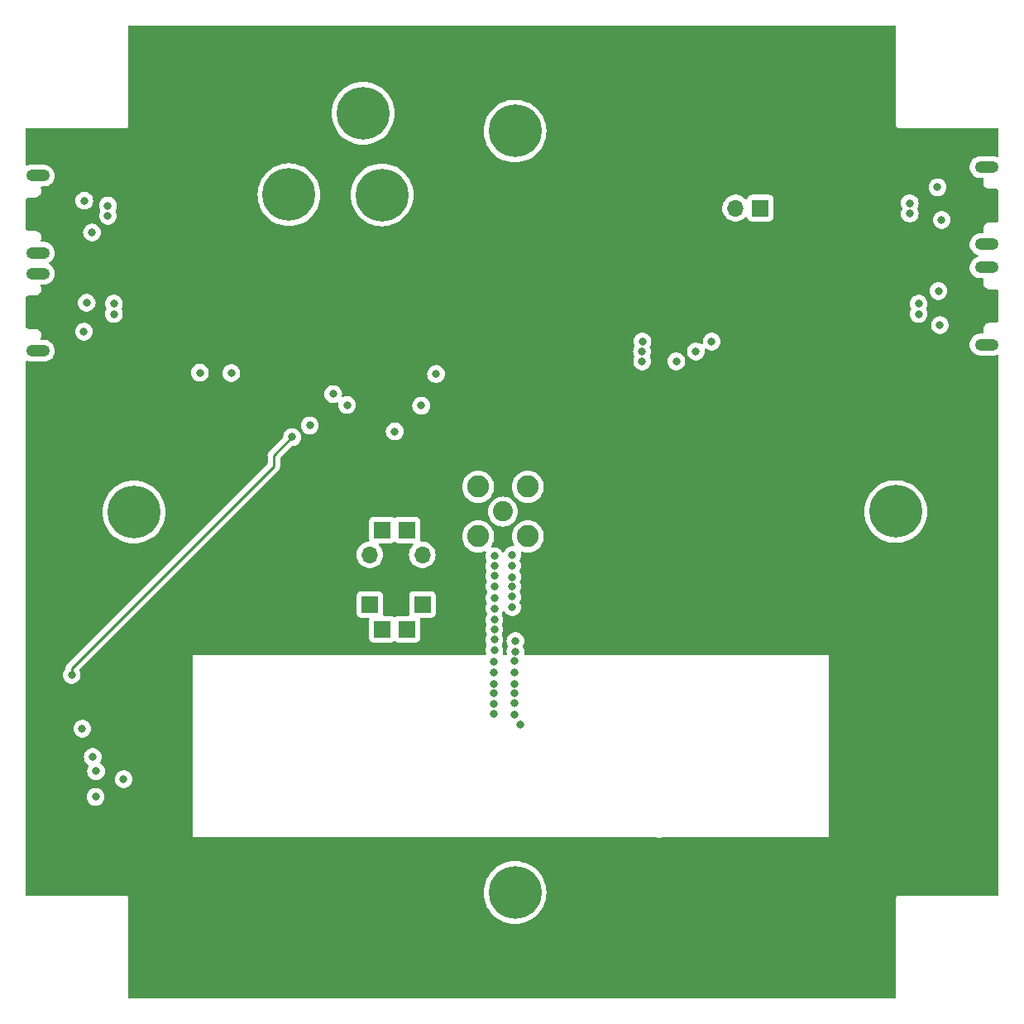
<source format=gbr>
%TF.GenerationSoftware,KiCad,Pcbnew,7.0.1*%
%TF.CreationDate,2024-01-14T19:17:53-07:00*%
%TF.ProjectId,antenna_top_cap,616e7465-6e6e-4615-9f74-6f705f636170,rev?*%
%TF.SameCoordinates,Original*%
%TF.FileFunction,Copper,L3,Inr*%
%TF.FilePolarity,Positive*%
%FSLAX46Y46*%
G04 Gerber Fmt 4.6, Leading zero omitted, Abs format (unit mm)*
G04 Created by KiCad (PCBNEW 7.0.1) date 2024-01-14 19:17:53*
%MOMM*%
%LPD*%
G01*
G04 APERTURE LIST*
%TA.AperFunction,ComponentPad*%
%ADD10O,1.700000X1.700000*%
%TD*%
%TA.AperFunction,ComponentPad*%
%ADD11R,1.700000X1.700000*%
%TD*%
%TA.AperFunction,ComponentPad*%
%ADD12C,5.400000*%
%TD*%
%TA.AperFunction,ComponentPad*%
%ADD13C,2.050000*%
%TD*%
%TA.AperFunction,ComponentPad*%
%ADD14C,2.250000*%
%TD*%
%TA.AperFunction,ComponentPad*%
%ADD15O,2.416000X1.208000*%
%TD*%
%TA.AperFunction,ViaPad*%
%ADD16C,0.800000*%
%TD*%
%TA.AperFunction,Conductor*%
%ADD17C,0.254000*%
%TD*%
G04 APERTURE END LIST*
D10*
%TO.N,Net-(J3-Pin_1)*%
%TO.C,J7*%
X150975800Y-116609400D03*
D11*
X152245800Y-114069400D03*
X154785800Y-114069400D03*
D10*
X156345800Y-116609400D03*
D11*
%TO.N,Net-(J3-Pin_2)*%
X150975800Y-121689400D03*
X152245800Y-124229400D03*
X154785800Y-124229400D03*
X156345800Y-121689400D03*
%TD*%
D12*
%TO.N,GND*%
%TO.C,TP3*%
X150275800Y-71419400D03*
%TD*%
D11*
%TO.N,/BATT_NEG*%
%TO.C,J1*%
X190945800Y-81119400D03*
D10*
%TO.N,/BATT_POS*%
X188405800Y-81119400D03*
%TD*%
D12*
%TO.N,GND*%
%TO.C,TP7*%
X142693713Y-79756113D03*
%TD*%
%TO.N,GND*%
%TO.C,TP2*%
X152215800Y-79769400D03*
%TD*%
%TO.N,GND*%
%TO.C,TP5*%
X126825800Y-112239400D03*
%TD*%
%TO.N,GND*%
%TO.C,TP6*%
X165835800Y-73239400D03*
%TD*%
%TO.N,GND*%
%TO.C,TP1*%
X165835800Y-151189400D03*
%TD*%
%TO.N,GND*%
%TO.C,TP4*%
X204805800Y-112189400D03*
%TD*%
D13*
%TO.N,Balun*%
%TO.C,J5*%
X164605800Y-112189400D03*
D14*
%TO.N,GND*%
X162065800Y-109649400D03*
X162065800Y-114729400D03*
X167145800Y-109649400D03*
X167145800Y-114729400D03*
%TD*%
D15*
%TO.N,GND*%
%TO.C,J10*%
X116995800Y-85694400D03*
%TO.N,N/C*%
X116995800Y-77794400D03*
%TD*%
%TO.N,GND*%
%TO.C,J13*%
X214095800Y-87194400D03*
%TO.N,N/C*%
X214095800Y-95094400D03*
%TD*%
%TO.N,GND*%
%TO.C,J15*%
X214095800Y-76919400D03*
%TO.N,N/C*%
X214095800Y-84819400D03*
%TD*%
%TO.N,GND*%
%TO.C,J11*%
X116995800Y-95719400D03*
%TO.N,N/C*%
X116995800Y-87819400D03*
%TD*%
D16*
%TO.N,GND*%
X166395800Y-133959400D03*
X165885800Y-125429400D03*
X163695800Y-129819400D03*
X165785800Y-127499400D03*
X122535800Y-83619400D03*
X165545800Y-117729400D03*
X163705800Y-116759400D03*
X163695800Y-130809400D03*
X163695800Y-131849400D03*
X163705800Y-119859400D03*
X163695800Y-127589400D03*
X165785800Y-129809400D03*
X165785800Y-130799400D03*
X122897421Y-141398978D03*
X209075800Y-78979400D03*
X165545800Y-121979400D03*
X163715800Y-123269400D03*
X165785800Y-131819400D03*
X165785800Y-132959400D03*
X165545800Y-118879400D03*
X165545800Y-119869400D03*
X163705800Y-117749400D03*
X163715800Y-124259400D03*
X163705800Y-118789400D03*
X165545800Y-120909400D03*
X163715800Y-125299400D03*
X165545800Y-116649400D03*
X133575800Y-97979400D03*
X163715800Y-126369400D03*
X165785800Y-128649400D03*
X157755800Y-98109400D03*
X163695800Y-132919400D03*
X163715800Y-122119400D03*
X163695800Y-128669400D03*
X136795800Y-98019400D03*
X165885800Y-126499400D03*
X163715800Y-121039400D03*
X148635800Y-101279400D03*
X209175800Y-89609400D03*
X121705800Y-93769400D03*
%TO.N,3.3V*%
X147075800Y-101489400D03*
X169295800Y-102969400D03*
X155865800Y-103379400D03*
X143145800Y-100869400D03*
X178315800Y-102499400D03*
X155945800Y-96009400D03*
X168585800Y-121599400D03*
X190135800Y-88509400D03*
%TO.N,2.8V*%
X125765800Y-139589400D03*
X144825800Y-103370725D03*
X147215800Y-100149400D03*
%TO.N,/SCL_3V*%
X122944313Y-138770900D03*
%TO.N,/SDA_3V*%
X143015800Y-104569400D03*
X120455800Y-128919400D03*
%TO.N,SCL1*%
X156235800Y-101349400D03*
X153525800Y-103989400D03*
%TO.N,/GPIO*%
X121535800Y-134409400D03*
%TO.N,/XSHUT_2.8V*%
X122604434Y-137311857D03*
%TO.N,/1d-*%
X124159873Y-80864400D03*
%TO.N,/1d+*%
X124159873Y-81914400D03*
%TO.N,Net-(J10-VBUS)*%
X121745800Y-80359400D03*
%TO.N,/0d-*%
X124770784Y-90904400D03*
%TO.N,/0d+*%
X124770784Y-91954400D03*
%TO.N,/2d-*%
X207144972Y-91964400D03*
%TO.N,/2d+*%
X207144972Y-90914400D03*
%TO.N,/3d-*%
X206237842Y-81684400D03*
%TO.N,/3d+*%
X206237842Y-80634400D03*
%TO.N,Net-(J11-VBUS)*%
X121985800Y-90804899D03*
%TO.N,Net-(J13-VBUS)*%
X209325800Y-93099900D03*
%TO.N,Net-(J15-VBUS)*%
X209502184Y-82340211D03*
%TO.N,SPI0_MISO*%
X178875800Y-94779400D03*
X185965800Y-94779400D03*
%TO.N,SPI0_MOSI*%
X184345800Y-95789400D03*
X178824077Y-95810134D03*
%TO.N,SPI0_SCK*%
X178845800Y-96809400D03*
X182345800Y-96809400D03*
%TD*%
D17*
%TO.N,/SDA_3V*%
X120455800Y-128919400D02*
X120455800Y-128229400D01*
X141145800Y-106439400D02*
X143015800Y-104569400D01*
X141145800Y-107539400D02*
X141145800Y-106439400D01*
X120455800Y-128229400D02*
X141145800Y-107539400D01*
%TD*%
%TA.AperFunction,Conductor*%
%TO.N,3.3V*%
G36*
X140601385Y-62419736D02*
G01*
X140602856Y-62419906D01*
X140615746Y-62419903D01*
X140615749Y-62419904D01*
X140637447Y-62419899D01*
X140637973Y-62419899D01*
X140659994Y-62419999D01*
X140659994Y-62419998D01*
X140672907Y-62420057D01*
X140674391Y-62419892D01*
X151848044Y-62417700D01*
X204719700Y-62417700D01*
X204782700Y-62434581D01*
X204828819Y-62480700D01*
X204845700Y-62543700D01*
X204845700Y-72671437D01*
X204845700Y-72762963D01*
X204849592Y-72771046D01*
X204849595Y-72771051D01*
X204858913Y-72797681D01*
X204860910Y-72806431D01*
X204866504Y-72813445D01*
X204881517Y-72837336D01*
X204885412Y-72845424D01*
X204892431Y-72851022D01*
X204912380Y-72870971D01*
X204917976Y-72877988D01*
X204926056Y-72881879D01*
X204926058Y-72881880D01*
X204949949Y-72896892D01*
X204956969Y-72902490D01*
X204965718Y-72904486D01*
X204992343Y-72913802D01*
X205000437Y-72917700D01*
X205023610Y-72917700D01*
X205091963Y-72917700D01*
X215219660Y-72917700D01*
X215282664Y-72934583D01*
X215328784Y-72980709D01*
X215345660Y-73043716D01*
X215345320Y-75793339D01*
X215330613Y-75852398D01*
X215289938Y-75897674D01*
X215232785Y-75918601D01*
X215172491Y-75910297D01*
X215014656Y-75847109D01*
X214806031Y-75806900D01*
X213438810Y-75806900D01*
X213438805Y-75806900D01*
X213280303Y-75822035D01*
X213076442Y-75881894D01*
X212887600Y-75979248D01*
X212720597Y-76110581D01*
X212581460Y-76271153D01*
X212475232Y-76455148D01*
X212405741Y-76655927D01*
X212375505Y-76866222D01*
X212385614Y-77078444D01*
X212435704Y-77284918D01*
X212495856Y-77416631D01*
X212523965Y-77478180D01*
X212581254Y-77558631D01*
X212647206Y-77651248D01*
X212800967Y-77797859D01*
X212979707Y-77912729D01*
X213176943Y-77991690D01*
X213176945Y-77991690D01*
X213176947Y-77991691D01*
X213385569Y-78031900D01*
X213696000Y-78031900D01*
X213756949Y-78047622D01*
X213802687Y-78090864D01*
X213821802Y-78150835D01*
X213809522Y-78212570D01*
X213777918Y-78278193D01*
X213745300Y-78421107D01*
X213745300Y-78567693D01*
X213777918Y-78710605D01*
X213815898Y-78789470D01*
X213841521Y-78842677D01*
X213932917Y-78957283D01*
X214047523Y-79048679D01*
X214179594Y-79112281D01*
X214322506Y-79144900D01*
X214373210Y-79144900D01*
X214395800Y-79144900D01*
X214435682Y-79144900D01*
X215014275Y-79144900D01*
X215043831Y-79148415D01*
X215101854Y-79162416D01*
X215132564Y-79174248D01*
X215187751Y-79204306D01*
X215214348Y-79223686D01*
X215259871Y-79267013D01*
X215280544Y-79292624D01*
X215313292Y-79346261D01*
X215326626Y-79376348D01*
X215344368Y-79436635D01*
X215349457Y-79469154D01*
X215350864Y-79527211D01*
X215350243Y-79533406D01*
X215350243Y-79552487D01*
X215349526Y-79565911D01*
X215346697Y-79592306D01*
X215350243Y-79616935D01*
X215350243Y-80869237D01*
X215350242Y-80869716D01*
X215345478Y-82122258D01*
X215341802Y-82147451D01*
X215344517Y-82172812D01*
X215345232Y-82186689D01*
X215345168Y-82203829D01*
X215345932Y-82211591D01*
X215344510Y-82270159D01*
X215339420Y-82302679D01*
X215321679Y-82362952D01*
X215308342Y-82393040D01*
X215275596Y-82446666D01*
X215254920Y-82472276D01*
X215209403Y-82515591D01*
X215182802Y-82534971D01*
X215127624Y-82565019D01*
X215096914Y-82576849D01*
X215040800Y-82590386D01*
X215011251Y-82593900D01*
X214435682Y-82593900D01*
X214395800Y-82593900D01*
X214322506Y-82593900D01*
X214295949Y-82599961D01*
X214179594Y-82626518D01*
X214047524Y-82690120D01*
X213932917Y-82781517D01*
X213841520Y-82896124D01*
X213777918Y-83028194D01*
X213745300Y-83171107D01*
X213745300Y-83317693D01*
X213777918Y-83460606D01*
X213809522Y-83526230D01*
X213821802Y-83587965D01*
X213802687Y-83647936D01*
X213756949Y-83691178D01*
X213696000Y-83706900D01*
X213438805Y-83706900D01*
X213280303Y-83722035D01*
X213280299Y-83722036D01*
X213280300Y-83722036D01*
X213113125Y-83771123D01*
X213076442Y-83781894D01*
X212887600Y-83879248D01*
X212720597Y-84010581D01*
X212581460Y-84171153D01*
X212475232Y-84355148D01*
X212405741Y-84555927D01*
X212375505Y-84766222D01*
X212385614Y-84978444D01*
X212435704Y-85184918D01*
X212495856Y-85316631D01*
X212523965Y-85378180D01*
X212561525Y-85430925D01*
X212647206Y-85551248D01*
X212800967Y-85697859D01*
X212979707Y-85812729D01*
X213178602Y-85892354D01*
X213228551Y-85928643D01*
X213255263Y-85984305D01*
X213252326Y-86045975D01*
X213220444Y-86098846D01*
X213167272Y-86130224D01*
X213076442Y-86156894D01*
X212887600Y-86254248D01*
X212720597Y-86385581D01*
X212581460Y-86546153D01*
X212475232Y-86730148D01*
X212405741Y-86930927D01*
X212375505Y-87141222D01*
X212385614Y-87353444D01*
X212435704Y-87559918D01*
X212481573Y-87660355D01*
X212523965Y-87753180D01*
X212581254Y-87833631D01*
X212647206Y-87926248D01*
X212800967Y-88072859D01*
X212979707Y-88187729D01*
X213176943Y-88266690D01*
X213176945Y-88266690D01*
X213176947Y-88266691D01*
X213385569Y-88306900D01*
X213696000Y-88306900D01*
X213756949Y-88322622D01*
X213802687Y-88365864D01*
X213821802Y-88425835D01*
X213809522Y-88487570D01*
X213777918Y-88553193D01*
X213745300Y-88696107D01*
X213745300Y-88842693D01*
X213777918Y-88985605D01*
X213820067Y-89073128D01*
X213841521Y-89117677D01*
X213932917Y-89232283D01*
X214047523Y-89323679D01*
X214179594Y-89387281D01*
X214322506Y-89419900D01*
X214373210Y-89419900D01*
X214395800Y-89419900D01*
X214435682Y-89419900D01*
X215014275Y-89419900D01*
X215043831Y-89423415D01*
X215101854Y-89437416D01*
X215132564Y-89449248D01*
X215187751Y-89479306D01*
X215214349Y-89498687D01*
X215259871Y-89542013D01*
X215280544Y-89567624D01*
X215313292Y-89621261D01*
X215326626Y-89651348D01*
X215344368Y-89711635D01*
X215349457Y-89744154D01*
X215350864Y-89802211D01*
X215350243Y-89808406D01*
X215350243Y-89827487D01*
X215349526Y-89840911D01*
X215346697Y-89867306D01*
X215350243Y-89891935D01*
X215350243Y-91144237D01*
X215350242Y-91144716D01*
X215345478Y-92397258D01*
X215341802Y-92422451D01*
X215344517Y-92447812D01*
X215345232Y-92461689D01*
X215345168Y-92478829D01*
X215345932Y-92486591D01*
X215344510Y-92545159D01*
X215339420Y-92577679D01*
X215321679Y-92637952D01*
X215308342Y-92668040D01*
X215275596Y-92721666D01*
X215254920Y-92747276D01*
X215209403Y-92790591D01*
X215182802Y-92809971D01*
X215127624Y-92840019D01*
X215096914Y-92851849D01*
X215040800Y-92865386D01*
X215011251Y-92868900D01*
X214435682Y-92868900D01*
X214395800Y-92868900D01*
X214322506Y-92868900D01*
X214304981Y-92872900D01*
X214179594Y-92901518D01*
X214047524Y-92965120D01*
X213932917Y-93056517D01*
X213841520Y-93171124D01*
X213777918Y-93303194D01*
X213752374Y-93415112D01*
X213747951Y-93434494D01*
X213745300Y-93446107D01*
X213745300Y-93592693D01*
X213777918Y-93735606D01*
X213801277Y-93784110D01*
X213807062Y-93796123D01*
X213809522Y-93801230D01*
X213821802Y-93862965D01*
X213802687Y-93922936D01*
X213756949Y-93966178D01*
X213696000Y-93981900D01*
X213438805Y-93981900D01*
X213280303Y-93997035D01*
X213076442Y-94056894D01*
X212887600Y-94154248D01*
X212720597Y-94285581D01*
X212581460Y-94446153D01*
X212475232Y-94630148D01*
X212405741Y-94830927D01*
X212375505Y-95041222D01*
X212385614Y-95253444D01*
X212435704Y-95459918D01*
X212486214Y-95570518D01*
X212523965Y-95653180D01*
X212608987Y-95772576D01*
X212647206Y-95826248D01*
X212800967Y-95972859D01*
X212979707Y-96087729D01*
X213176943Y-96166690D01*
X213176945Y-96166690D01*
X213176947Y-96166691D01*
X213385569Y-96206900D01*
X214752790Y-96206900D01*
X214752795Y-96206900D01*
X214840851Y-96198491D01*
X214911300Y-96191764D01*
X215115155Y-96131907D01*
X215161569Y-96107978D01*
X215223797Y-96094053D01*
X215284879Y-96112383D01*
X215329162Y-96158275D01*
X215345301Y-96219972D01*
X215345697Y-151390699D01*
X215328817Y-151453699D01*
X215282697Y-151499819D01*
X215219697Y-151516700D01*
X205000436Y-151516700D01*
X204992345Y-151520596D01*
X204965723Y-151529911D01*
X204956966Y-151531909D01*
X204949945Y-151537509D01*
X204926066Y-151552514D01*
X204917977Y-151556410D01*
X204912377Y-151563432D01*
X204892432Y-151583377D01*
X204885410Y-151588977D01*
X204881514Y-151597066D01*
X204866509Y-151620945D01*
X204860909Y-151627966D01*
X204858911Y-151636723D01*
X204849596Y-151663345D01*
X204845700Y-151671436D01*
X204845700Y-161890700D01*
X204828819Y-161953700D01*
X204782700Y-161999819D01*
X204719700Y-162016700D01*
X126372700Y-162016700D01*
X126309700Y-161999819D01*
X126263581Y-161953700D01*
X126246700Y-161890700D01*
X126246700Y-151671439D01*
X126246700Y-151671437D01*
X126242802Y-151663343D01*
X126233486Y-151636718D01*
X126231490Y-151627969D01*
X126225892Y-151620949D01*
X126210880Y-151597058D01*
X126206988Y-151588977D01*
X126206988Y-151588976D01*
X126199971Y-151583380D01*
X126180022Y-151563431D01*
X126174424Y-151556412D01*
X126166336Y-151552517D01*
X126142447Y-151537505D01*
X126135431Y-151531910D01*
X126126678Y-151529912D01*
X126100051Y-151520595D01*
X126091963Y-151516700D01*
X126068790Y-151516700D01*
X115872697Y-151516700D01*
X115809697Y-151499819D01*
X115763578Y-151453701D01*
X115746697Y-151390701D01*
X115746696Y-151189399D01*
X162622243Y-151189399D01*
X162639677Y-151499819D01*
X162642450Y-151549204D01*
X162702815Y-151904483D01*
X162706623Y-151917700D01*
X162802578Y-152250772D01*
X162894516Y-152472729D01*
X162940486Y-152583710D01*
X163114804Y-152899115D01*
X163323341Y-153193019D01*
X163563473Y-153461727D01*
X163832181Y-153701859D01*
X164126085Y-153910396D01*
X164441490Y-154084714D01*
X164709417Y-154195693D01*
X164774427Y-154222621D01*
X164774428Y-154222621D01*
X164774430Y-154222622D01*
X165120717Y-154322385D01*
X165475996Y-154382750D01*
X165835800Y-154402956D01*
X166195604Y-154382750D01*
X166550883Y-154322385D01*
X166897170Y-154222622D01*
X167230110Y-154084714D01*
X167545515Y-153910396D01*
X167839419Y-153701859D01*
X168108127Y-153461727D01*
X168348259Y-153193019D01*
X168556796Y-152899115D01*
X168731114Y-152583710D01*
X168869022Y-152250770D01*
X168968785Y-151904483D01*
X169029150Y-151549204D01*
X169049356Y-151189400D01*
X169029150Y-150829596D01*
X168968785Y-150474317D01*
X168869022Y-150128030D01*
X168731114Y-149795090D01*
X168556796Y-149479685D01*
X168348259Y-149185781D01*
X168108127Y-148917073D01*
X167839419Y-148676941D01*
X167545515Y-148468404D01*
X167230110Y-148294086D01*
X167119130Y-148248116D01*
X166897172Y-148156178D01*
X166666312Y-148089669D01*
X166550883Y-148056415D01*
X166195604Y-147996050D01*
X166176471Y-147994975D01*
X165835800Y-147975843D01*
X165475996Y-147996050D01*
X165120717Y-148056415D01*
X164774427Y-148156178D01*
X164441490Y-148294086D01*
X164126088Y-148468402D01*
X163832179Y-148676942D01*
X163563473Y-148917073D01*
X163323342Y-149185779D01*
X163114802Y-149479688D01*
X162940486Y-149795090D01*
X162802578Y-150128027D01*
X162702815Y-150474317D01*
X162642450Y-150829596D01*
X162622243Y-151189399D01*
X115746696Y-151189399D01*
X115746688Y-150128027D01*
X115746655Y-145539400D01*
X132885800Y-145539400D01*
X180309890Y-145539400D01*
X180346465Y-145544825D01*
X180400269Y-145561147D01*
X180586600Y-145579499D01*
X180772931Y-145561147D01*
X180826734Y-145544825D01*
X180863310Y-145539400D01*
X197915800Y-145539400D01*
X197915800Y-126869400D01*
X166894257Y-126869400D01*
X166837055Y-126855667D01*
X166792321Y-126817462D01*
X166769808Y-126763112D01*
X166774422Y-126704467D01*
X166779342Y-126689328D01*
X166799304Y-126499400D01*
X166779342Y-126309472D01*
X166737102Y-126179472D01*
X166720328Y-126127846D01*
X166720327Y-126127844D01*
X166662334Y-126027398D01*
X166645454Y-125964400D01*
X166662334Y-125901401D01*
X166720327Y-125800956D01*
X166779342Y-125619328D01*
X166799304Y-125429400D01*
X166779342Y-125239472D01*
X166737102Y-125109472D01*
X166720327Y-125057843D01*
X166624841Y-124892457D01*
X166497052Y-124750533D01*
X166342553Y-124638283D01*
X166342552Y-124638282D01*
X166168088Y-124560606D01*
X165981287Y-124520900D01*
X165790313Y-124520900D01*
X165665779Y-124547370D01*
X165603511Y-124560606D01*
X165429046Y-124638283D01*
X165274547Y-124750533D01*
X165146758Y-124892457D01*
X165051272Y-125057843D01*
X164992258Y-125239470D01*
X164972296Y-125429400D01*
X164992258Y-125619329D01*
X165051272Y-125800954D01*
X165109264Y-125901401D01*
X165126144Y-125964400D01*
X165109264Y-126027399D01*
X165051272Y-126127845D01*
X164992258Y-126309470D01*
X164992257Y-126309472D01*
X164992258Y-126309472D01*
X164972296Y-126499400D01*
X164992258Y-126689328D01*
X164997177Y-126704467D01*
X165001792Y-126763112D01*
X164979279Y-126817462D01*
X164934545Y-126855667D01*
X164877343Y-126869400D01*
X164682017Y-126869400D01*
X164624814Y-126855667D01*
X164580081Y-126817461D01*
X164557568Y-126763111D01*
X164562184Y-126704464D01*
X164567102Y-126689327D01*
X164609342Y-126559328D01*
X164629304Y-126369400D01*
X164609342Y-126179472D01*
X164550327Y-125997844D01*
X164492334Y-125897398D01*
X164475454Y-125834400D01*
X164492334Y-125771401D01*
X164550327Y-125670956D01*
X164609342Y-125489328D01*
X164629304Y-125299400D01*
X164609342Y-125109472D01*
X164550327Y-124927844D01*
X164500994Y-124842398D01*
X164484114Y-124779398D01*
X164500995Y-124716400D01*
X164550327Y-124630956D01*
X164609342Y-124449328D01*
X164629304Y-124259400D01*
X164609342Y-124069472D01*
X164550327Y-123887844D01*
X164515428Y-123827397D01*
X164498548Y-123764398D01*
X164515429Y-123701399D01*
X164550327Y-123640956D01*
X164609342Y-123459328D01*
X164629304Y-123269400D01*
X164609342Y-123079472D01*
X164579834Y-122988657D01*
X164550328Y-122897846D01*
X164534771Y-122870900D01*
X164469240Y-122757397D01*
X164452360Y-122694400D01*
X164469241Y-122631400D01*
X164550327Y-122490956D01*
X164550327Y-122490954D01*
X164556949Y-122479486D01*
X164557436Y-122479767D01*
X164579746Y-122442925D01*
X164628333Y-122412089D01*
X164685563Y-122406072D01*
X164739500Y-122426130D01*
X164778893Y-122468078D01*
X164806759Y-122516344D01*
X164871313Y-122588038D01*
X164934547Y-122658266D01*
X165089048Y-122770518D01*
X165263512Y-122848194D01*
X165450313Y-122887900D01*
X165641285Y-122887900D01*
X165641287Y-122887900D01*
X165828088Y-122848194D01*
X166002552Y-122770518D01*
X166157053Y-122658266D01*
X166284840Y-122516344D01*
X166380327Y-122350956D01*
X166439342Y-122169328D01*
X166459304Y-121979400D01*
X166439342Y-121789472D01*
X166380327Y-121607844D01*
X166322335Y-121507399D01*
X166305454Y-121444399D01*
X166322333Y-121381402D01*
X166380327Y-121280956D01*
X166439342Y-121099328D01*
X166459304Y-120909400D01*
X166439342Y-120719472D01*
X166398312Y-120593196D01*
X166380328Y-120537846D01*
X166380327Y-120537844D01*
X166330994Y-120452397D01*
X166314114Y-120389398D01*
X166330995Y-120326399D01*
X166380327Y-120240956D01*
X166439342Y-120059328D01*
X166459304Y-119869400D01*
X166439342Y-119679472D01*
X166380327Y-119497844D01*
X166345428Y-119437397D01*
X166328548Y-119374400D01*
X166345428Y-119311402D01*
X166380327Y-119250956D01*
X166439342Y-119069328D01*
X166459304Y-118879400D01*
X166439342Y-118689472D01*
X166380327Y-118507844D01*
X166299240Y-118367397D01*
X166282360Y-118304400D01*
X166299241Y-118241400D01*
X166380327Y-118100956D01*
X166439342Y-117919328D01*
X166459304Y-117729400D01*
X166439342Y-117539472D01*
X166380327Y-117357844D01*
X166319447Y-117252398D01*
X166302567Y-117189399D01*
X166319448Y-117126400D01*
X166356686Y-117061901D01*
X166380327Y-117020957D01*
X166403600Y-116949329D01*
X166439342Y-116839328D01*
X166459304Y-116649400D01*
X166439342Y-116459472D01*
X166428206Y-116425201D01*
X166426122Y-116354456D01*
X166462511Y-116293745D01*
X166525889Y-116262231D01*
X166596257Y-116269859D01*
X166639460Y-116287755D01*
X166889474Y-116347778D01*
X167145800Y-116367951D01*
X167402126Y-116347778D01*
X167652140Y-116287755D01*
X167889687Y-116189360D01*
X168108916Y-116055016D01*
X168304431Y-115888031D01*
X168471416Y-115692516D01*
X168605760Y-115473287D01*
X168704155Y-115235740D01*
X168764178Y-114985726D01*
X168784351Y-114729400D01*
X168764178Y-114473074D01*
X168704155Y-114223060D01*
X168605760Y-113985513D01*
X168605758Y-113985509D01*
X168471416Y-113766283D01*
X168304431Y-113570768D01*
X168108916Y-113403783D01*
X167889690Y-113269441D01*
X167652140Y-113171045D01*
X167402126Y-113111022D01*
X167145800Y-113090849D01*
X166889473Y-113111022D01*
X166639459Y-113171045D01*
X166401909Y-113269441D01*
X166182683Y-113403783D01*
X165987168Y-113570768D01*
X165820183Y-113766283D01*
X165685841Y-113985509D01*
X165599888Y-114193019D01*
X165587445Y-114223060D01*
X165527422Y-114473074D01*
X165507249Y-114729400D01*
X165521494Y-114910397D01*
X165527422Y-114985726D01*
X165587445Y-115235740D01*
X165677418Y-115452956D01*
X165685840Y-115473287D01*
X165732277Y-115549065D01*
X165750820Y-115612426D01*
X165734778Y-115676466D01*
X165688557Y-115723605D01*
X165624844Y-115740900D01*
X165450313Y-115740900D01*
X165325778Y-115767370D01*
X165263511Y-115780606D01*
X165089046Y-115858283D01*
X164934547Y-115970533D01*
X164806758Y-116112457D01*
X164704651Y-116289313D01*
X164702477Y-116288058D01*
X164684471Y-116317779D01*
X164635884Y-116348603D01*
X164578659Y-116354612D01*
X164524729Y-116334552D01*
X164485342Y-116292607D01*
X164444841Y-116222457D01*
X164317052Y-116080533D01*
X164239802Y-116024408D01*
X164162552Y-115968282D01*
X163988088Y-115890606D01*
X163801287Y-115850900D01*
X163610313Y-115850900D01*
X163588662Y-115855502D01*
X163533903Y-115867141D01*
X163475733Y-115865770D01*
X163424381Y-115838407D01*
X163390799Y-115790890D01*
X163382149Y-115733350D01*
X163400275Y-115678059D01*
X163490327Y-115531109D01*
X163525760Y-115473287D01*
X163624155Y-115235740D01*
X163684178Y-114985726D01*
X163704351Y-114729400D01*
X163684178Y-114473074D01*
X163624155Y-114223060D01*
X163525760Y-113985513D01*
X163525758Y-113985509D01*
X163391416Y-113766283D01*
X163224431Y-113570768D01*
X163028916Y-113403783D01*
X162809690Y-113269441D01*
X162572140Y-113171045D01*
X162322126Y-113111022D01*
X162065800Y-113090849D01*
X161809473Y-113111022D01*
X161559459Y-113171045D01*
X161321909Y-113269441D01*
X161102683Y-113403783D01*
X160907168Y-113570768D01*
X160740183Y-113766283D01*
X160605841Y-113985509D01*
X160519888Y-114193019D01*
X160507445Y-114223060D01*
X160447422Y-114473074D01*
X160427249Y-114729400D01*
X160441494Y-114910397D01*
X160447422Y-114985726D01*
X160507445Y-115235740D01*
X160605841Y-115473290D01*
X160740183Y-115692516D01*
X160907168Y-115888031D01*
X161102683Y-116055016D01*
X161321909Y-116189358D01*
X161321911Y-116189358D01*
X161321913Y-116189360D01*
X161559460Y-116287755D01*
X161809474Y-116347778D01*
X162065800Y-116367951D01*
X162322126Y-116347778D01*
X162572140Y-116287755D01*
X162702863Y-116233607D01*
X162773229Y-116225979D01*
X162836608Y-116257492D01*
X162872996Y-116318203D01*
X162870912Y-116388953D01*
X162812258Y-116569470D01*
X162792296Y-116759399D01*
X162812258Y-116949329D01*
X162871272Y-117130955D01*
X162906170Y-117191401D01*
X162923050Y-117254400D01*
X162906170Y-117317399D01*
X162871272Y-117377844D01*
X162812258Y-117559470D01*
X162792296Y-117749400D01*
X162812258Y-117939329D01*
X162871272Y-118120956D01*
X162920603Y-118206399D01*
X162937484Y-118269398D01*
X162920604Y-118332398D01*
X162871272Y-118417844D01*
X162812258Y-118599470D01*
X162792296Y-118789400D01*
X162812258Y-118979329D01*
X162871272Y-119160954D01*
X162929264Y-119261401D01*
X162946144Y-119324400D01*
X162929264Y-119387399D01*
X162871272Y-119487845D01*
X162812258Y-119669470D01*
X162792296Y-119859400D01*
X162812258Y-120049329D01*
X162871272Y-120230956D01*
X162966018Y-120395060D01*
X162982899Y-120458060D01*
X162966018Y-120521060D01*
X162881272Y-120667843D01*
X162822258Y-120849470D01*
X162802296Y-121039399D01*
X162822258Y-121229329D01*
X162881272Y-121410954D01*
X162942151Y-121516401D01*
X162959031Y-121579400D01*
X162942151Y-121642399D01*
X162881272Y-121747845D01*
X162822258Y-121929470D01*
X162802296Y-122119400D01*
X162822258Y-122309329D01*
X162881272Y-122490956D01*
X162962358Y-122631400D01*
X162979239Y-122694400D01*
X162962358Y-122757400D01*
X162881272Y-122897843D01*
X162822258Y-123079470D01*
X162802296Y-123269399D01*
X162822258Y-123459329D01*
X162881272Y-123640956D01*
X162916169Y-123701399D01*
X162933050Y-123764398D01*
X162916170Y-123827397D01*
X162881273Y-123887842D01*
X162822258Y-124069470D01*
X162802296Y-124259400D01*
X162822258Y-124449329D01*
X162881272Y-124630954D01*
X162930604Y-124716401D01*
X162947484Y-124779400D01*
X162930604Y-124842399D01*
X162881272Y-124927845D01*
X162822258Y-125109470D01*
X162802296Y-125299400D01*
X162822258Y-125489329D01*
X162881272Y-125670954D01*
X162939264Y-125771401D01*
X162956144Y-125834400D01*
X162939264Y-125897399D01*
X162881272Y-125997845D01*
X162822258Y-126179470D01*
X162802296Y-126369399D01*
X162822258Y-126559329D01*
X162869416Y-126704464D01*
X162874032Y-126763111D01*
X162851519Y-126817461D01*
X162806786Y-126855667D01*
X162749583Y-126869400D01*
X132885800Y-126869400D01*
X132885800Y-145539400D01*
X115746655Y-145539400D01*
X115746625Y-141398978D01*
X121983917Y-141398978D01*
X122003879Y-141588907D01*
X122062893Y-141770534D01*
X122158379Y-141935920D01*
X122158381Y-141935922D01*
X122286168Y-142077844D01*
X122440669Y-142190096D01*
X122615133Y-142267772D01*
X122801934Y-142307478D01*
X122992906Y-142307478D01*
X122992908Y-142307478D01*
X123179709Y-142267772D01*
X123354173Y-142190096D01*
X123508674Y-142077844D01*
X123636461Y-141935922D01*
X123731948Y-141770534D01*
X123790963Y-141588906D01*
X123810925Y-141398978D01*
X123790963Y-141209050D01*
X123731948Y-141027422D01*
X123731948Y-141027421D01*
X123636462Y-140862035D01*
X123508673Y-140720111D01*
X123354174Y-140607861D01*
X123354173Y-140607860D01*
X123179709Y-140530184D01*
X122992908Y-140490478D01*
X122801934Y-140490478D01*
X122677400Y-140516948D01*
X122615132Y-140530184D01*
X122440667Y-140607861D01*
X122286168Y-140720111D01*
X122158379Y-140862035D01*
X122062893Y-141027421D01*
X122003879Y-141209048D01*
X121983917Y-141398978D01*
X115746625Y-141398978D01*
X115746595Y-137311857D01*
X121690930Y-137311857D01*
X121710892Y-137501786D01*
X121769906Y-137683413D01*
X121865392Y-137848799D01*
X121933100Y-137923996D01*
X121993181Y-137990723D01*
X122147682Y-138102975D01*
X122147685Y-138102976D01*
X122149745Y-138104473D01*
X122188932Y-138151174D01*
X122201607Y-138210806D01*
X122184803Y-138269409D01*
X122109785Y-138399343D01*
X122050771Y-138580970D01*
X122030809Y-138770899D01*
X122050771Y-138960829D01*
X122109785Y-139142456D01*
X122205271Y-139307842D01*
X122205273Y-139307844D01*
X122333060Y-139449766D01*
X122487561Y-139562018D01*
X122662025Y-139639694D01*
X122848826Y-139679400D01*
X123039798Y-139679400D01*
X123039800Y-139679400D01*
X123226601Y-139639694D01*
X123339564Y-139589400D01*
X124852296Y-139589400D01*
X124872258Y-139779329D01*
X124931272Y-139960956D01*
X125026758Y-140126342D01*
X125026760Y-140126344D01*
X125154547Y-140268266D01*
X125309048Y-140380518D01*
X125483512Y-140458194D01*
X125670313Y-140497900D01*
X125861285Y-140497900D01*
X125861287Y-140497900D01*
X126048088Y-140458194D01*
X126222552Y-140380518D01*
X126377053Y-140268266D01*
X126504840Y-140126344D01*
X126600327Y-139960956D01*
X126659342Y-139779328D01*
X126679304Y-139589400D01*
X126659342Y-139399472D01*
X126600327Y-139217844D01*
X126600327Y-139217843D01*
X126504841Y-139052457D01*
X126377052Y-138910533D01*
X126222553Y-138798283D01*
X126222552Y-138798282D01*
X126048088Y-138720606D01*
X125861287Y-138680900D01*
X125670313Y-138680900D01*
X125545778Y-138707370D01*
X125483511Y-138720606D01*
X125309046Y-138798283D01*
X125154547Y-138910533D01*
X125026758Y-139052457D01*
X124931272Y-139217843D01*
X124872258Y-139399470D01*
X124852296Y-139589400D01*
X123339564Y-139589400D01*
X123401065Y-139562018D01*
X123555566Y-139449766D01*
X123683353Y-139307844D01*
X123778840Y-139142456D01*
X123837855Y-138960828D01*
X123857817Y-138770900D01*
X123837855Y-138580972D01*
X123778840Y-138399344D01*
X123778840Y-138399343D01*
X123683354Y-138233957D01*
X123555565Y-138092033D01*
X123399001Y-137978282D01*
X123359814Y-137931580D01*
X123347139Y-137871948D01*
X123363941Y-137813350D01*
X123438961Y-137683413D01*
X123497976Y-137501785D01*
X123517938Y-137311857D01*
X123497976Y-137121929D01*
X123438961Y-136940301D01*
X123438961Y-136940300D01*
X123343475Y-136774914D01*
X123215686Y-136632990D01*
X123061187Y-136520740D01*
X123061186Y-136520739D01*
X122886722Y-136443063D01*
X122699921Y-136403357D01*
X122508947Y-136403357D01*
X122384413Y-136429827D01*
X122322145Y-136443063D01*
X122147680Y-136520740D01*
X121993181Y-136632990D01*
X121865392Y-136774914D01*
X121769906Y-136940300D01*
X121710892Y-137121927D01*
X121690930Y-137311857D01*
X115746595Y-137311857D01*
X115746574Y-134409400D01*
X120622296Y-134409400D01*
X120642258Y-134599329D01*
X120701272Y-134780956D01*
X120796758Y-134946342D01*
X120796760Y-134946344D01*
X120924547Y-135088266D01*
X121079048Y-135200518D01*
X121253512Y-135278194D01*
X121440313Y-135317900D01*
X121631285Y-135317900D01*
X121631287Y-135317900D01*
X121818088Y-135278194D01*
X121992552Y-135200518D01*
X122147053Y-135088266D01*
X122274840Y-134946344D01*
X122370327Y-134780956D01*
X122429342Y-134599328D01*
X122449304Y-134409400D01*
X122429342Y-134219472D01*
X122370327Y-134037844D01*
X122370327Y-134037843D01*
X122274841Y-133872457D01*
X122147052Y-133730533D01*
X121992553Y-133618283D01*
X121992552Y-133618282D01*
X121818088Y-133540606D01*
X121631287Y-133500900D01*
X121440313Y-133500900D01*
X121315779Y-133527370D01*
X121253511Y-133540606D01*
X121079046Y-133618283D01*
X120924547Y-133730533D01*
X120796758Y-133872457D01*
X120701272Y-134037843D01*
X120642258Y-134219470D01*
X120622296Y-134409400D01*
X115746574Y-134409400D01*
X115746534Y-128919400D01*
X119542296Y-128919400D01*
X119562258Y-129109329D01*
X119621272Y-129290956D01*
X119716758Y-129456342D01*
X119716760Y-129456344D01*
X119844547Y-129598266D01*
X119999048Y-129710518D01*
X120173512Y-129788194D01*
X120360313Y-129827900D01*
X120551285Y-129827900D01*
X120551287Y-129827900D01*
X120738088Y-129788194D01*
X120912552Y-129710518D01*
X121067053Y-129598266D01*
X121194840Y-129456344D01*
X121290327Y-129290956D01*
X121349342Y-129109328D01*
X121369304Y-128919400D01*
X121349342Y-128729472D01*
X121290327Y-128547844D01*
X121290327Y-128547843D01*
X121245610Y-128470391D01*
X121229208Y-128418373D01*
X121236328Y-128364297D01*
X121265632Y-128318298D01*
X126995892Y-122588038D01*
X149617300Y-122588038D01*
X149623811Y-122648600D01*
X149674911Y-122785605D01*
X149762538Y-122902661D01*
X149879594Y-122990288D01*
X149879595Y-122990288D01*
X149879596Y-122990289D01*
X150016599Y-123041389D01*
X150077162Y-123047900D01*
X150795250Y-123047900D01*
X150853652Y-123062252D01*
X150898749Y-123102039D01*
X150920268Y-123158197D01*
X150913306Y-123217932D01*
X150893811Y-123270199D01*
X150887300Y-123330762D01*
X150887300Y-125128038D01*
X150893811Y-125188600D01*
X150944911Y-125325605D01*
X151032538Y-125442661D01*
X151149594Y-125530288D01*
X151149595Y-125530288D01*
X151149596Y-125530289D01*
X151286599Y-125581389D01*
X151347162Y-125587900D01*
X153144438Y-125587900D01*
X153205001Y-125581389D01*
X153342004Y-125530289D01*
X153440292Y-125456710D01*
X153489016Y-125434460D01*
X153542584Y-125434460D01*
X153591307Y-125456710D01*
X153689596Y-125530289D01*
X153826599Y-125581389D01*
X153887162Y-125587900D01*
X155684438Y-125587900D01*
X155745001Y-125581389D01*
X155882004Y-125530289D01*
X155999061Y-125442661D01*
X156086689Y-125325604D01*
X156137789Y-125188601D01*
X156144300Y-125128038D01*
X156144300Y-123330762D01*
X156137789Y-123270199D01*
X156118293Y-123217931D01*
X156111332Y-123158197D01*
X156132851Y-123102039D01*
X156177948Y-123062252D01*
X156236350Y-123047900D01*
X157244438Y-123047900D01*
X157305001Y-123041389D01*
X157442004Y-122990289D01*
X157559061Y-122902661D01*
X157646689Y-122785604D01*
X157697789Y-122648601D01*
X157704300Y-122588038D01*
X157704300Y-120790762D01*
X157697789Y-120730199D01*
X157646689Y-120593196D01*
X157636426Y-120579486D01*
X157559061Y-120476138D01*
X157442005Y-120388511D01*
X157373502Y-120362960D01*
X157305001Y-120337411D01*
X157244438Y-120330900D01*
X155447162Y-120330900D01*
X155386599Y-120337411D01*
X155249594Y-120388511D01*
X155132538Y-120476138D01*
X155044911Y-120593194D01*
X155017068Y-120667844D01*
X154993811Y-120730199D01*
X154987300Y-120790762D01*
X154987300Y-122588038D01*
X154993811Y-122648601D01*
X155013306Y-122700868D01*
X155020268Y-122760603D01*
X154998749Y-122816761D01*
X154953652Y-122856548D01*
X154895250Y-122870900D01*
X153887162Y-122870900D01*
X153826599Y-122877411D01*
X153689594Y-122928511D01*
X153591309Y-123002087D01*
X153542583Y-123024339D01*
X153489017Y-123024339D01*
X153440291Y-123002087D01*
X153342005Y-122928511D01*
X153259781Y-122897843D01*
X153205001Y-122877411D01*
X153144438Y-122870900D01*
X152426350Y-122870900D01*
X152367948Y-122856548D01*
X152322851Y-122816761D01*
X152301332Y-122760603D01*
X152308294Y-122700868D01*
X152327789Y-122648601D01*
X152334300Y-122588038D01*
X152334300Y-120790762D01*
X152327789Y-120730199D01*
X152276689Y-120593196D01*
X152266426Y-120579486D01*
X152189061Y-120476138D01*
X152072005Y-120388511D01*
X152003502Y-120362960D01*
X151935001Y-120337411D01*
X151874438Y-120330900D01*
X150077162Y-120330900D01*
X150016599Y-120337411D01*
X149879594Y-120388511D01*
X149762538Y-120476138D01*
X149674911Y-120593194D01*
X149623811Y-120730199D01*
X149617300Y-120790762D01*
X149617300Y-122588038D01*
X126995892Y-122588038D01*
X132974531Y-116609400D01*
X149612644Y-116609400D01*
X149631236Y-116833768D01*
X149631236Y-116833771D01*
X149631237Y-116833772D01*
X149686502Y-117052011D01*
X149776939Y-117258190D01*
X149776940Y-117258191D01*
X149900078Y-117446668D01*
X150003922Y-117559472D01*
X150052562Y-117612308D01*
X150228696Y-117749400D01*
X150230224Y-117750589D01*
X150428226Y-117857742D01*
X150641165Y-117930844D01*
X150863231Y-117967900D01*
X151088366Y-117967900D01*
X151088369Y-117967900D01*
X151310435Y-117930844D01*
X151523374Y-117857742D01*
X151721376Y-117750589D01*
X151899040Y-117612306D01*
X152051522Y-117446668D01*
X152174660Y-117258191D01*
X152265096Y-117052016D01*
X152320364Y-116833768D01*
X152338956Y-116609400D01*
X152320364Y-116385032D01*
X152265096Y-116166784D01*
X152174660Y-115960609D01*
X152051522Y-115772132D01*
X151929182Y-115639237D01*
X151900829Y-115588853D01*
X151897962Y-115531109D01*
X151921186Y-115478164D01*
X151965611Y-115441164D01*
X152021884Y-115427900D01*
X153144438Y-115427900D01*
X153205001Y-115421389D01*
X153342004Y-115370289D01*
X153440292Y-115296710D01*
X153489016Y-115274460D01*
X153542584Y-115274460D01*
X153591307Y-115296710D01*
X153689596Y-115370289D01*
X153826599Y-115421389D01*
X153887162Y-115427900D01*
X155299716Y-115427900D01*
X155355989Y-115441164D01*
X155400414Y-115478164D01*
X155423638Y-115531109D01*
X155420771Y-115588853D01*
X155392417Y-115639238D01*
X155270078Y-115772131D01*
X155146939Y-115960609D01*
X155056502Y-116166788D01*
X155001237Y-116385027D01*
X155001236Y-116385032D01*
X154982644Y-116609400D01*
X155001236Y-116833768D01*
X155001236Y-116833771D01*
X155001237Y-116833772D01*
X155056502Y-117052011D01*
X155146939Y-117258190D01*
X155146940Y-117258191D01*
X155270078Y-117446668D01*
X155373922Y-117559472D01*
X155422562Y-117612308D01*
X155598696Y-117749400D01*
X155600224Y-117750589D01*
X155798226Y-117857742D01*
X156011165Y-117930844D01*
X156233231Y-117967900D01*
X156458366Y-117967900D01*
X156458369Y-117967900D01*
X156680435Y-117930844D01*
X156893374Y-117857742D01*
X157091376Y-117750589D01*
X157269040Y-117612306D01*
X157421522Y-117446668D01*
X157544660Y-117258191D01*
X157635096Y-117052016D01*
X157690364Y-116833768D01*
X157708956Y-116609400D01*
X157690364Y-116385032D01*
X157635096Y-116166784D01*
X157544660Y-115960609D01*
X157421522Y-115772132D01*
X157269040Y-115606494D01*
X157269039Y-115606493D01*
X157269037Y-115606491D01*
X157091378Y-115468212D01*
X156893373Y-115361057D01*
X156749227Y-115311572D01*
X156680435Y-115287956D01*
X156458369Y-115250900D01*
X156236350Y-115250900D01*
X156177948Y-115236548D01*
X156132851Y-115196761D01*
X156111332Y-115140603D01*
X156118294Y-115080868D01*
X156137789Y-115028601D01*
X156144300Y-114968038D01*
X156144300Y-113170762D01*
X156137789Y-113110199D01*
X156086689Y-112973196D01*
X156055800Y-112931933D01*
X155999061Y-112856138D01*
X155882005Y-112768511D01*
X155813502Y-112742960D01*
X155745001Y-112717411D01*
X155684438Y-112710900D01*
X153887162Y-112710900D01*
X153826599Y-112717411D01*
X153689594Y-112768511D01*
X153591309Y-112842087D01*
X153542583Y-112864339D01*
X153489017Y-112864339D01*
X153440291Y-112842087D01*
X153342005Y-112768511D01*
X153273502Y-112742960D01*
X153205001Y-112717411D01*
X153144438Y-112710900D01*
X151347162Y-112710900D01*
X151286599Y-112717411D01*
X151149594Y-112768511D01*
X151032538Y-112856138D01*
X150944911Y-112973194D01*
X150893811Y-113110199D01*
X150887300Y-113170762D01*
X150887300Y-114968038D01*
X150893811Y-115028600D01*
X150916677Y-115089907D01*
X150924181Y-115144463D01*
X150907701Y-115197008D01*
X150870384Y-115237506D01*
X150819361Y-115258220D01*
X150641165Y-115287956D01*
X150641162Y-115287956D01*
X150641162Y-115287957D01*
X150428226Y-115361057D01*
X150230221Y-115468212D01*
X150052562Y-115606491D01*
X149900078Y-115772131D01*
X149776939Y-115960609D01*
X149686502Y-116166788D01*
X149631237Y-116385027D01*
X149631236Y-116385032D01*
X149612644Y-116609400D01*
X132974531Y-116609400D01*
X137394532Y-112189399D01*
X163067558Y-112189399D01*
X163086496Y-112430034D01*
X163142845Y-112664744D01*
X163225520Y-112864339D01*
X163235216Y-112887747D01*
X163361336Y-113093556D01*
X163518099Y-113277101D01*
X163701644Y-113433864D01*
X163907453Y-113559984D01*
X164130457Y-113652355D01*
X164365166Y-113708704D01*
X164605800Y-113727642D01*
X164846434Y-113708704D01*
X165081143Y-113652355D01*
X165304147Y-113559984D01*
X165509956Y-113433864D01*
X165693501Y-113277101D01*
X165850264Y-113093556D01*
X165976384Y-112887747D01*
X166068755Y-112664743D01*
X166125104Y-112430034D01*
X166144042Y-112189400D01*
X166144042Y-112189399D01*
X201592243Y-112189399D01*
X201611315Y-112528996D01*
X201612450Y-112549204D01*
X201672815Y-112904483D01*
X201687220Y-112954483D01*
X201772578Y-113250772D01*
X201793289Y-113300772D01*
X201910486Y-113583710D01*
X202084804Y-113899115D01*
X202293341Y-114193019D01*
X202533473Y-114461727D01*
X202802181Y-114701859D01*
X203096085Y-114910396D01*
X203411490Y-115084714D01*
X203679417Y-115195693D01*
X203744427Y-115222621D01*
X203744428Y-115222621D01*
X203744430Y-115222622D01*
X204090717Y-115322385D01*
X204445996Y-115382750D01*
X204805800Y-115402956D01*
X205165604Y-115382750D01*
X205520883Y-115322385D01*
X205867170Y-115222622D01*
X206200110Y-115084714D01*
X206515515Y-114910396D01*
X206809419Y-114701859D01*
X207078127Y-114461727D01*
X207318259Y-114193019D01*
X207526796Y-113899115D01*
X207701114Y-113583710D01*
X207839022Y-113250770D01*
X207938785Y-112904483D01*
X207999150Y-112549204D01*
X208019356Y-112189400D01*
X207999150Y-111829596D01*
X207938785Y-111474317D01*
X207839022Y-111128030D01*
X207828115Y-111101699D01*
X207812092Y-111063017D01*
X207701114Y-110795090D01*
X207526796Y-110479685D01*
X207318259Y-110185781D01*
X207078127Y-109917073D01*
X206809419Y-109676941D01*
X206515515Y-109468404D01*
X206200110Y-109294086D01*
X206089130Y-109248116D01*
X205867172Y-109156178D01*
X205636311Y-109089669D01*
X205520883Y-109056415D01*
X205165604Y-108996050D01*
X205145396Y-108994915D01*
X204805799Y-108975843D01*
X204445996Y-108996050D01*
X204090717Y-109056415D01*
X203744427Y-109156178D01*
X203411490Y-109294086D01*
X203096088Y-109468402D01*
X202802179Y-109676942D01*
X202533473Y-109917073D01*
X202293342Y-110185779D01*
X202084802Y-110479688D01*
X201910486Y-110795090D01*
X201772578Y-111128027D01*
X201672815Y-111474317D01*
X201612450Y-111829596D01*
X201592243Y-112189399D01*
X166144042Y-112189399D01*
X166125104Y-111948766D01*
X166068755Y-111714057D01*
X165976384Y-111491053D01*
X165850264Y-111285244D01*
X165693501Y-111101699D01*
X165509956Y-110944936D01*
X165304147Y-110818816D01*
X165278110Y-110808031D01*
X165081144Y-110726445D01*
X164846434Y-110670096D01*
X164605800Y-110651158D01*
X164365165Y-110670096D01*
X164130455Y-110726445D01*
X163907454Y-110818815D01*
X163804548Y-110881875D01*
X163701644Y-110944936D01*
X163518099Y-111101699D01*
X163361336Y-111285244D01*
X163298276Y-111388148D01*
X163235215Y-111491054D01*
X163142845Y-111714055D01*
X163086496Y-111948765D01*
X163067558Y-112189399D01*
X137394532Y-112189399D01*
X139934531Y-109649400D01*
X160427249Y-109649400D01*
X160429417Y-109676942D01*
X160447422Y-109905726D01*
X160507445Y-110155740D01*
X160605841Y-110393290D01*
X160740183Y-110612516D01*
X160907168Y-110808031D01*
X161102683Y-110975016D01*
X161321909Y-111109358D01*
X161321911Y-111109358D01*
X161321913Y-111109360D01*
X161559460Y-111207755D01*
X161809474Y-111267778D01*
X162065800Y-111287951D01*
X162322126Y-111267778D01*
X162572140Y-111207755D01*
X162809687Y-111109360D01*
X163028916Y-110975016D01*
X163224431Y-110808031D01*
X163391416Y-110612516D01*
X163525760Y-110393287D01*
X163624155Y-110155740D01*
X163684178Y-109905726D01*
X163704351Y-109649400D01*
X165507249Y-109649400D01*
X165509417Y-109676942D01*
X165527422Y-109905726D01*
X165587445Y-110155740D01*
X165685841Y-110393290D01*
X165820183Y-110612516D01*
X165987168Y-110808031D01*
X166182683Y-110975016D01*
X166401909Y-111109358D01*
X166401911Y-111109358D01*
X166401913Y-111109360D01*
X166639460Y-111207755D01*
X166889474Y-111267778D01*
X167145800Y-111287951D01*
X167402126Y-111267778D01*
X167652140Y-111207755D01*
X167889687Y-111109360D01*
X168108916Y-110975016D01*
X168304431Y-110808031D01*
X168471416Y-110612516D01*
X168605760Y-110393287D01*
X168704155Y-110155740D01*
X168764178Y-109905726D01*
X168784351Y-109649400D01*
X168764178Y-109393074D01*
X168704155Y-109143060D01*
X168605760Y-108905513D01*
X168605758Y-108905509D01*
X168471416Y-108686283D01*
X168304431Y-108490768D01*
X168108916Y-108323783D01*
X167889690Y-108189441D01*
X167652140Y-108091045D01*
X167402126Y-108031022D01*
X167145800Y-108010849D01*
X166889473Y-108031022D01*
X166639459Y-108091045D01*
X166401909Y-108189441D01*
X166182683Y-108323783D01*
X165987168Y-108490768D01*
X165820183Y-108686283D01*
X165685841Y-108905509D01*
X165587445Y-109143059D01*
X165572291Y-109206178D01*
X165527422Y-109393074D01*
X165507249Y-109649400D01*
X163704351Y-109649400D01*
X163684178Y-109393074D01*
X163624155Y-109143060D01*
X163525760Y-108905513D01*
X163525758Y-108905509D01*
X163391416Y-108686283D01*
X163224431Y-108490768D01*
X163028916Y-108323783D01*
X162809690Y-108189441D01*
X162572140Y-108091045D01*
X162322126Y-108031022D01*
X162065800Y-108010849D01*
X161809473Y-108031022D01*
X161559459Y-108091045D01*
X161321909Y-108189441D01*
X161102683Y-108323783D01*
X160907168Y-108490768D01*
X160740183Y-108686283D01*
X160605841Y-108905509D01*
X160507445Y-109143059D01*
X160492291Y-109206178D01*
X160447422Y-109393074D01*
X160427249Y-109649400D01*
X139934531Y-109649400D01*
X141535718Y-108048213D01*
X141552081Y-108035105D01*
X141554100Y-108032954D01*
X141554103Y-108032953D01*
X141600903Y-107983114D01*
X141603594Y-107980337D01*
X141623439Y-107960494D01*
X141625938Y-107957271D01*
X141633638Y-107948255D01*
X141664017Y-107915906D01*
X141673825Y-107898063D01*
X141684672Y-107881551D01*
X141697150Y-107865466D01*
X141714778Y-107824725D01*
X141719987Y-107814094D01*
X141741369Y-107775203D01*
X141746430Y-107755487D01*
X141752833Y-107736787D01*
X141760917Y-107718108D01*
X141767857Y-107674283D01*
X141770262Y-107662665D01*
X141781300Y-107619682D01*
X141781300Y-107599333D01*
X141782851Y-107579622D01*
X141786035Y-107559520D01*
X141781859Y-107515344D01*
X141781300Y-107503486D01*
X141781300Y-106754822D01*
X141790891Y-106706604D01*
X141818205Y-106665727D01*
X142969127Y-105514805D01*
X143010004Y-105487491D01*
X143058222Y-105477900D01*
X143111285Y-105477900D01*
X143111287Y-105477900D01*
X143298088Y-105438194D01*
X143472552Y-105360518D01*
X143627053Y-105248266D01*
X143754840Y-105106344D01*
X143850327Y-104940956D01*
X143909342Y-104759328D01*
X143929304Y-104569400D01*
X143909342Y-104379472D01*
X143850327Y-104197844D01*
X143850327Y-104197843D01*
X143754841Y-104032457D01*
X143627052Y-103890533D01*
X143501717Y-103799472D01*
X143472552Y-103778282D01*
X143298088Y-103700606D01*
X143111287Y-103660900D01*
X142920313Y-103660900D01*
X142795779Y-103687370D01*
X142733511Y-103700606D01*
X142559046Y-103778283D01*
X142404547Y-103890533D01*
X142276758Y-104032457D01*
X142181272Y-104197843D01*
X142122258Y-104379470D01*
X142105225Y-104541531D01*
X142093641Y-104582605D01*
X142069010Y-104617455D01*
X140755878Y-105930587D01*
X140739511Y-105943701D01*
X140690728Y-105995649D01*
X140687978Y-105998487D01*
X140668156Y-106018309D01*
X140665652Y-106021538D01*
X140657957Y-106030547D01*
X140627580Y-106062896D01*
X140617774Y-106080733D01*
X140606925Y-106097249D01*
X140594449Y-106113333D01*
X140576822Y-106154064D01*
X140571604Y-106164716D01*
X140550230Y-106203597D01*
X140545170Y-106223306D01*
X140538767Y-106242008D01*
X140530683Y-106260689D01*
X140523741Y-106304519D01*
X140521334Y-106316140D01*
X140510300Y-106359118D01*
X140510300Y-106379466D01*
X140508749Y-106399177D01*
X140505565Y-106419279D01*
X140509741Y-106463456D01*
X140510300Y-106475314D01*
X140510300Y-107223977D01*
X140500709Y-107272195D01*
X140473395Y-107313072D01*
X120065878Y-127720587D01*
X120049511Y-127733701D01*
X120000728Y-127785649D01*
X119997978Y-127788487D01*
X119978156Y-127808309D01*
X119975652Y-127811538D01*
X119967957Y-127820547D01*
X119937580Y-127852896D01*
X119927774Y-127870733D01*
X119916925Y-127887249D01*
X119904449Y-127903333D01*
X119886822Y-127944064D01*
X119881604Y-127954716D01*
X119860230Y-127993597D01*
X119855170Y-128013306D01*
X119848767Y-128032008D01*
X119840683Y-128050689D01*
X119833741Y-128094519D01*
X119831334Y-128106140D01*
X119820300Y-128149118D01*
X119820300Y-128169466D01*
X119818749Y-128189177D01*
X119815564Y-128209280D01*
X119815787Y-128211630D01*
X119809973Y-128263050D01*
X119783982Y-128307797D01*
X119716760Y-128382454D01*
X119621272Y-128547843D01*
X119562258Y-128729470D01*
X119542296Y-128919400D01*
X115746534Y-128919400D01*
X115746413Y-112239400D01*
X123612243Y-112239400D01*
X123629642Y-112549203D01*
X123632450Y-112599204D01*
X123684319Y-112904482D01*
X123692815Y-112954482D01*
X123792578Y-113300772D01*
X123847706Y-113433862D01*
X123930486Y-113633710D01*
X124104804Y-113949115D01*
X124313341Y-114243019D01*
X124553473Y-114511727D01*
X124822181Y-114751859D01*
X125116085Y-114960396D01*
X125431490Y-115134714D01*
X125679652Y-115237506D01*
X125764427Y-115272621D01*
X125764428Y-115272621D01*
X125764430Y-115272622D01*
X126110717Y-115372385D01*
X126465996Y-115432750D01*
X126806667Y-115451881D01*
X126825799Y-115452956D01*
X126825799Y-115452955D01*
X126825800Y-115452956D01*
X127185604Y-115432750D01*
X127540883Y-115372385D01*
X127887170Y-115272622D01*
X128220110Y-115134714D01*
X128535515Y-114960396D01*
X128829419Y-114751859D01*
X129098127Y-114511727D01*
X129338259Y-114243019D01*
X129546796Y-113949115D01*
X129721114Y-113633710D01*
X129859022Y-113300770D01*
X129958785Y-112954483D01*
X130019150Y-112599204D01*
X130039356Y-112239400D01*
X130019150Y-111879596D01*
X129958785Y-111524317D01*
X129859022Y-111178030D01*
X129721114Y-110845090D01*
X129546796Y-110529685D01*
X129338259Y-110235781D01*
X129098127Y-109967073D01*
X128829419Y-109726941D01*
X128535515Y-109518404D01*
X128220110Y-109344086D01*
X128099399Y-109294086D01*
X127887172Y-109206178D01*
X127656311Y-109139669D01*
X127540883Y-109106415D01*
X127185604Y-109046050D01*
X127166471Y-109044975D01*
X126825800Y-109025843D01*
X126465996Y-109046050D01*
X126110717Y-109106415D01*
X125764427Y-109206178D01*
X125431490Y-109344086D01*
X125116088Y-109518402D01*
X124822179Y-109726942D01*
X124553473Y-109967073D01*
X124313342Y-110235779D01*
X124104802Y-110529688D01*
X123930486Y-110845090D01*
X123792578Y-111178027D01*
X123692815Y-111524317D01*
X123632450Y-111879596D01*
X123612243Y-112239400D01*
X115746413Y-112239400D01*
X115746348Y-103370725D01*
X143912296Y-103370725D01*
X143932258Y-103560654D01*
X143991272Y-103742281D01*
X144086758Y-103907667D01*
X144086760Y-103907669D01*
X144214547Y-104049591D01*
X144369048Y-104161843D01*
X144543512Y-104239519D01*
X144730313Y-104279225D01*
X144921285Y-104279225D01*
X144921287Y-104279225D01*
X145108088Y-104239519D01*
X145282552Y-104161843D01*
X145437053Y-104049591D01*
X145491249Y-103989400D01*
X152612296Y-103989400D01*
X152632258Y-104179329D01*
X152691272Y-104360956D01*
X152786758Y-104526342D01*
X152868797Y-104617455D01*
X152914547Y-104668266D01*
X153069048Y-104780518D01*
X153243512Y-104858194D01*
X153430313Y-104897900D01*
X153621285Y-104897900D01*
X153621287Y-104897900D01*
X153808088Y-104858194D01*
X153982552Y-104780518D01*
X154137053Y-104668266D01*
X154264840Y-104526344D01*
X154360327Y-104360956D01*
X154419342Y-104179328D01*
X154439304Y-103989400D01*
X154419342Y-103799472D01*
X154360327Y-103617844D01*
X154360327Y-103617843D01*
X154264841Y-103452457D01*
X154137052Y-103310533D01*
X153982553Y-103198283D01*
X153982552Y-103198282D01*
X153808088Y-103120606D01*
X153621287Y-103080900D01*
X153430313Y-103080900D01*
X153305779Y-103107370D01*
X153243511Y-103120606D01*
X153069046Y-103198283D01*
X152914547Y-103310533D01*
X152786758Y-103452457D01*
X152691272Y-103617843D01*
X152632258Y-103799470D01*
X152612296Y-103989400D01*
X145491249Y-103989400D01*
X145564840Y-103907669D01*
X145660327Y-103742281D01*
X145719342Y-103560653D01*
X145739304Y-103370725D01*
X145719342Y-103180797D01*
X145660327Y-102999169D01*
X145660327Y-102999168D01*
X145564841Y-102833782D01*
X145437052Y-102691858D01*
X145282553Y-102579608D01*
X145282552Y-102579607D01*
X145108088Y-102501931D01*
X144921287Y-102462225D01*
X144730313Y-102462225D01*
X144605779Y-102488695D01*
X144543511Y-102501931D01*
X144369046Y-102579608D01*
X144214547Y-102691858D01*
X144086758Y-102833782D01*
X143991272Y-102999168D01*
X143932258Y-103180795D01*
X143912296Y-103370725D01*
X115746348Y-103370725D01*
X115746325Y-100149400D01*
X146302296Y-100149400D01*
X146322258Y-100339329D01*
X146381272Y-100520956D01*
X146476758Y-100686342D01*
X146476760Y-100686344D01*
X146604547Y-100828266D01*
X146759048Y-100940518D01*
X146933512Y-101018194D01*
X147120313Y-101057900D01*
X147311285Y-101057900D01*
X147311287Y-101057900D01*
X147498088Y-101018194D01*
X147562734Y-100989411D01*
X147627152Y-100979208D01*
X147688042Y-101002581D01*
X147729088Y-101053269D01*
X147739292Y-101117688D01*
X147722296Y-101279399D01*
X147742258Y-101469329D01*
X147801272Y-101650956D01*
X147896758Y-101816342D01*
X147896760Y-101816344D01*
X148024547Y-101958266D01*
X148179048Y-102070518D01*
X148353512Y-102148194D01*
X148540313Y-102187900D01*
X148731285Y-102187900D01*
X148731287Y-102187900D01*
X148918088Y-102148194D01*
X149092552Y-102070518D01*
X149247053Y-101958266D01*
X149374840Y-101816344D01*
X149470327Y-101650956D01*
X149529342Y-101469328D01*
X149541947Y-101349400D01*
X155322296Y-101349400D01*
X155342258Y-101539329D01*
X155401272Y-101720956D01*
X155496758Y-101886342D01*
X155496760Y-101886344D01*
X155624547Y-102028266D01*
X155779048Y-102140518D01*
X155953512Y-102218194D01*
X156140313Y-102257900D01*
X156331285Y-102257900D01*
X156331287Y-102257900D01*
X156518088Y-102218194D01*
X156692552Y-102140518D01*
X156847053Y-102028266D01*
X156974840Y-101886344D01*
X157070327Y-101720956D01*
X157129342Y-101539328D01*
X157149304Y-101349400D01*
X157129342Y-101159472D01*
X157074086Y-100989412D01*
X157070327Y-100977843D01*
X156974841Y-100812457D01*
X156861288Y-100686344D01*
X156847053Y-100670534D01*
X156836617Y-100662952D01*
X156692553Y-100558283D01*
X156692552Y-100558282D01*
X156518088Y-100480606D01*
X156331287Y-100440900D01*
X156140313Y-100440900D01*
X156015779Y-100467370D01*
X155953511Y-100480606D01*
X155779046Y-100558283D01*
X155624547Y-100670533D01*
X155496758Y-100812457D01*
X155401272Y-100977843D01*
X155342258Y-101159470D01*
X155322296Y-101349400D01*
X149541947Y-101349400D01*
X149549304Y-101279400D01*
X149529342Y-101089472D01*
X149470327Y-100907844D01*
X149470327Y-100907843D01*
X149374841Y-100742457D01*
X149247052Y-100600533D01*
X149092553Y-100488283D01*
X149092552Y-100488282D01*
X148918088Y-100410606D01*
X148731287Y-100370900D01*
X148540313Y-100370900D01*
X148353512Y-100410606D01*
X148353510Y-100410606D01*
X148353509Y-100410607D01*
X148288865Y-100439388D01*
X148224446Y-100449591D01*
X148163556Y-100426217D01*
X148122510Y-100375529D01*
X148112307Y-100311113D01*
X148129304Y-100149400D01*
X148109342Y-99959472D01*
X148050327Y-99777844D01*
X148050327Y-99777843D01*
X147954841Y-99612457D01*
X147827052Y-99470533D01*
X147672553Y-99358283D01*
X147672552Y-99358282D01*
X147498088Y-99280606D01*
X147311287Y-99240900D01*
X147120313Y-99240900D01*
X146995779Y-99267370D01*
X146933511Y-99280606D01*
X146759046Y-99358283D01*
X146604547Y-99470533D01*
X146476758Y-99612457D01*
X146381272Y-99777843D01*
X146322258Y-99959470D01*
X146302296Y-100149400D01*
X115746325Y-100149400D01*
X115746309Y-97979399D01*
X132662296Y-97979399D01*
X132682258Y-98169329D01*
X132741272Y-98350956D01*
X132836758Y-98516342D01*
X132836760Y-98516344D01*
X132964547Y-98658266D01*
X133119048Y-98770518D01*
X133293512Y-98848194D01*
X133480313Y-98887900D01*
X133671285Y-98887900D01*
X133671287Y-98887900D01*
X133858088Y-98848194D01*
X134032552Y-98770518D01*
X134187053Y-98658266D01*
X134314840Y-98516344D01*
X134410327Y-98350956D01*
X134469342Y-98169328D01*
X134485100Y-98019399D01*
X135882296Y-98019399D01*
X135902258Y-98209329D01*
X135961272Y-98390956D01*
X136056758Y-98556342D01*
X136056760Y-98556344D01*
X136184547Y-98698266D01*
X136339048Y-98810518D01*
X136513512Y-98888194D01*
X136700313Y-98927900D01*
X136891285Y-98927900D01*
X136891287Y-98927900D01*
X137078088Y-98888194D01*
X137252552Y-98810518D01*
X137407053Y-98698266D01*
X137534840Y-98556344D01*
X137630327Y-98390956D01*
X137689342Y-98209328D01*
X137699845Y-98109399D01*
X156842296Y-98109399D01*
X156862258Y-98299329D01*
X156921272Y-98480956D01*
X157016758Y-98646342D01*
X157063511Y-98698266D01*
X157144547Y-98788266D01*
X157299048Y-98900518D01*
X157473512Y-98978194D01*
X157660313Y-99017900D01*
X157851285Y-99017900D01*
X157851287Y-99017900D01*
X158038088Y-98978194D01*
X158212552Y-98900518D01*
X158367053Y-98788266D01*
X158494840Y-98646344D01*
X158590327Y-98480956D01*
X158649342Y-98299328D01*
X158669304Y-98109400D01*
X158649342Y-97919472D01*
X158607102Y-97789472D01*
X158590327Y-97737843D01*
X158494841Y-97572457D01*
X158413804Y-97482456D01*
X158367053Y-97430534D01*
X158212552Y-97318282D01*
X158038088Y-97240606D01*
X157851287Y-97200900D01*
X157660313Y-97200900D01*
X157535778Y-97227370D01*
X157473511Y-97240606D01*
X157299046Y-97318283D01*
X157144547Y-97430533D01*
X157016758Y-97572457D01*
X156921272Y-97737843D01*
X156862258Y-97919470D01*
X156842296Y-98109399D01*
X137699845Y-98109399D01*
X137709304Y-98019400D01*
X137689342Y-97829472D01*
X137653090Y-97717900D01*
X137630327Y-97647843D01*
X137534841Y-97482457D01*
X137412284Y-97346344D01*
X137407053Y-97340534D01*
X137252552Y-97228282D01*
X137078088Y-97150606D01*
X136891287Y-97110900D01*
X136700313Y-97110900D01*
X136575778Y-97137370D01*
X136513511Y-97150606D01*
X136339046Y-97228283D01*
X136184547Y-97340533D01*
X136056758Y-97482457D01*
X135961272Y-97647843D01*
X135902258Y-97829470D01*
X135882296Y-98019399D01*
X134485100Y-98019399D01*
X134489304Y-97979400D01*
X134469342Y-97789472D01*
X134410327Y-97607844D01*
X134410327Y-97607843D01*
X134314841Y-97442457D01*
X134187052Y-97300533D01*
X134109802Y-97244407D01*
X134032552Y-97188282D01*
X133858088Y-97110606D01*
X133671287Y-97070900D01*
X133480313Y-97070900D01*
X133355778Y-97097370D01*
X133293511Y-97110606D01*
X133119046Y-97188283D01*
X132964547Y-97300533D01*
X132836758Y-97442457D01*
X132741272Y-97607843D01*
X132682258Y-97789470D01*
X132662296Y-97979399D01*
X115746309Y-97979399D01*
X115746301Y-96845484D01*
X115761002Y-96786420D01*
X115801677Y-96741138D01*
X115858832Y-96720207D01*
X115919130Y-96728510D01*
X116076947Y-96791691D01*
X116285569Y-96831900D01*
X117652790Y-96831900D01*
X117652795Y-96831900D01*
X117740851Y-96823491D01*
X117811300Y-96816764D01*
X118015155Y-96756907D01*
X118203999Y-96659551D01*
X118371005Y-96528216D01*
X118510138Y-96367648D01*
X118616368Y-96183651D01*
X118685858Y-95982875D01*
X118710694Y-95810134D01*
X177910573Y-95810134D01*
X177930535Y-96000063D01*
X177989549Y-96181690D01*
X178037983Y-96265579D01*
X178054864Y-96328578D01*
X178037984Y-96391578D01*
X178011272Y-96437845D01*
X177952258Y-96619470D01*
X177932296Y-96809399D01*
X177952258Y-96999329D01*
X178011272Y-97180956D01*
X178106758Y-97346342D01*
X178193300Y-97442457D01*
X178234547Y-97488266D01*
X178389048Y-97600518D01*
X178563512Y-97678194D01*
X178750313Y-97717900D01*
X178941285Y-97717900D01*
X178941287Y-97717900D01*
X179128088Y-97678194D01*
X179302552Y-97600518D01*
X179457053Y-97488266D01*
X179584840Y-97346344D01*
X179680327Y-97180956D01*
X179739342Y-96999328D01*
X179759304Y-96809400D01*
X179759304Y-96809399D01*
X181432296Y-96809399D01*
X181452258Y-96999329D01*
X181511272Y-97180956D01*
X181606758Y-97346342D01*
X181693300Y-97442457D01*
X181734547Y-97488266D01*
X181889048Y-97600518D01*
X182063512Y-97678194D01*
X182250313Y-97717900D01*
X182441285Y-97717900D01*
X182441287Y-97717900D01*
X182628088Y-97678194D01*
X182802552Y-97600518D01*
X182957053Y-97488266D01*
X183084840Y-97346344D01*
X183180327Y-97180956D01*
X183239342Y-96999328D01*
X183259304Y-96809400D01*
X183239342Y-96619472D01*
X183190212Y-96468266D01*
X183180327Y-96437843D01*
X183084841Y-96272457D01*
X182957052Y-96130533D01*
X182802553Y-96018283D01*
X182802552Y-96018282D01*
X182628088Y-95940606D01*
X182441287Y-95900900D01*
X182250313Y-95900900D01*
X182125778Y-95927370D01*
X182063511Y-95940606D01*
X181889046Y-96018283D01*
X181734547Y-96130533D01*
X181606758Y-96272457D01*
X181511272Y-96437843D01*
X181452258Y-96619470D01*
X181432296Y-96809399D01*
X179759304Y-96809399D01*
X179739342Y-96619472D01*
X179680327Y-96437844D01*
X179631892Y-96353953D01*
X179615012Y-96290954D01*
X179631892Y-96227955D01*
X179658604Y-96181690D01*
X179717619Y-96000062D01*
X179737581Y-95810134D01*
X179735402Y-95789400D01*
X183432296Y-95789400D01*
X183452258Y-95979329D01*
X183511272Y-96160956D01*
X183606758Y-96326342D01*
X183608772Y-96328579D01*
X183734547Y-96468266D01*
X183889048Y-96580518D01*
X184063512Y-96658194D01*
X184250313Y-96697900D01*
X184441285Y-96697900D01*
X184441287Y-96697900D01*
X184628088Y-96658194D01*
X184802552Y-96580518D01*
X184957053Y-96468266D01*
X185084840Y-96326344D01*
X185180327Y-96160956D01*
X185239342Y-95979328D01*
X185259304Y-95789400D01*
X185243329Y-95637413D01*
X185250541Y-95580329D01*
X185282386Y-95532399D01*
X185332221Y-95503627D01*
X185389652Y-95500014D01*
X185442699Y-95522312D01*
X185509048Y-95570518D01*
X185683512Y-95648194D01*
X185870313Y-95687900D01*
X186061285Y-95687900D01*
X186061287Y-95687900D01*
X186248088Y-95648194D01*
X186422552Y-95570518D01*
X186577053Y-95458266D01*
X186704840Y-95316344D01*
X186800327Y-95150956D01*
X186859342Y-94969328D01*
X186879304Y-94779400D01*
X186859342Y-94589472D01*
X186815704Y-94455169D01*
X186800327Y-94407843D01*
X186704841Y-94242457D01*
X186577052Y-94100533D01*
X186450242Y-94008400D01*
X186422552Y-93988282D01*
X186248088Y-93910606D01*
X186061287Y-93870900D01*
X185870313Y-93870900D01*
X185775666Y-93891018D01*
X185683511Y-93910606D01*
X185509046Y-93988283D01*
X185354547Y-94100533D01*
X185226758Y-94242457D01*
X185131272Y-94407843D01*
X185072258Y-94589470D01*
X185070426Y-94606900D01*
X185052296Y-94779400D01*
X185068269Y-94931381D01*
X185061058Y-94988470D01*
X185029213Y-95036400D01*
X184979378Y-95065172D01*
X184921947Y-95068786D01*
X184868899Y-95046486D01*
X184816770Y-95008612D01*
X184802552Y-94998282D01*
X184628088Y-94920606D01*
X184441287Y-94880900D01*
X184250313Y-94880900D01*
X184125779Y-94907370D01*
X184063511Y-94920606D01*
X183889046Y-94998283D01*
X183734547Y-95110533D01*
X183606758Y-95252457D01*
X183511272Y-95417843D01*
X183452258Y-95599470D01*
X183432296Y-95789400D01*
X179735402Y-95789400D01*
X179717619Y-95620206D01*
X179658604Y-95438578D01*
X179646633Y-95417844D01*
X179637810Y-95402562D01*
X179620928Y-95339561D01*
X179637808Y-95276561D01*
X179710327Y-95150956D01*
X179769342Y-94969328D01*
X179789304Y-94779400D01*
X179769342Y-94589472D01*
X179725704Y-94455169D01*
X179710327Y-94407843D01*
X179614841Y-94242457D01*
X179487052Y-94100533D01*
X179360242Y-94008400D01*
X179332552Y-93988282D01*
X179158088Y-93910606D01*
X178971287Y-93870900D01*
X178780313Y-93870900D01*
X178685666Y-93891018D01*
X178593511Y-93910606D01*
X178419046Y-93988283D01*
X178264547Y-94100533D01*
X178136758Y-94242457D01*
X178041272Y-94407843D01*
X177982258Y-94589470D01*
X177962296Y-94779400D01*
X177982258Y-94969329D01*
X178041272Y-95150956D01*
X178062067Y-95186973D01*
X178078948Y-95249973D01*
X178062067Y-95312973D01*
X177989549Y-95438577D01*
X177930535Y-95620204D01*
X177910573Y-95810134D01*
X118710694Y-95810134D01*
X118716094Y-95772576D01*
X118705985Y-95560355D01*
X118681619Y-95459918D01*
X118655895Y-95353881D01*
X118610026Y-95253444D01*
X118567635Y-95160620D01*
X118444395Y-94987554D01*
X118444393Y-94987551D01*
X118290632Y-94840940D01*
X118111892Y-94726070D01*
X117914656Y-94647109D01*
X117706031Y-94606900D01*
X117395600Y-94606900D01*
X117334651Y-94591178D01*
X117288913Y-94547936D01*
X117269798Y-94487965D01*
X117282078Y-94426230D01*
X117295685Y-94397976D01*
X117313681Y-94360606D01*
X117346300Y-94217694D01*
X117346300Y-94071106D01*
X117313681Y-93928194D01*
X117250079Y-93796123D01*
X117228768Y-93769400D01*
X120792296Y-93769400D01*
X120812258Y-93959329D01*
X120871272Y-94140956D01*
X120966758Y-94306342D01*
X120966760Y-94306344D01*
X121094547Y-94448266D01*
X121249048Y-94560518D01*
X121423512Y-94638194D01*
X121610313Y-94677900D01*
X121801285Y-94677900D01*
X121801287Y-94677900D01*
X121988088Y-94638194D01*
X122162552Y-94560518D01*
X122317053Y-94448266D01*
X122444840Y-94306344D01*
X122540327Y-94140956D01*
X122599342Y-93959328D01*
X122619304Y-93769400D01*
X122599342Y-93579472D01*
X122565746Y-93476075D01*
X122540327Y-93397843D01*
X122444841Y-93232457D01*
X122325486Y-93099900D01*
X208412296Y-93099900D01*
X208432258Y-93289829D01*
X208491272Y-93471456D01*
X208586758Y-93636842D01*
X208586760Y-93636844D01*
X208714547Y-93778766D01*
X208869048Y-93891018D01*
X209043512Y-93968694D01*
X209230313Y-94008400D01*
X209421285Y-94008400D01*
X209421287Y-94008400D01*
X209608088Y-93968694D01*
X209782552Y-93891018D01*
X209937053Y-93778766D01*
X210064840Y-93636844D01*
X210160327Y-93471456D01*
X210219342Y-93289828D01*
X210239304Y-93099900D01*
X210219342Y-92909972D01*
X210184270Y-92802033D01*
X210160327Y-92728343D01*
X210064841Y-92562957D01*
X209937052Y-92421033D01*
X209859802Y-92364907D01*
X209782552Y-92308782D01*
X209608088Y-92231106D01*
X209421287Y-92191400D01*
X209230313Y-92191400D01*
X209105778Y-92217870D01*
X209043511Y-92231106D01*
X208869046Y-92308783D01*
X208714547Y-92421033D01*
X208586758Y-92562957D01*
X208491272Y-92728343D01*
X208432258Y-92909970D01*
X208412296Y-93099900D01*
X122325486Y-93099900D01*
X122317052Y-93090533D01*
X122162553Y-92978283D01*
X122162552Y-92978282D01*
X121988088Y-92900606D01*
X121801287Y-92860900D01*
X121610313Y-92860900D01*
X121485778Y-92887370D01*
X121423511Y-92900606D01*
X121283496Y-92962944D01*
X121278611Y-92965120D01*
X121249046Y-92978283D01*
X121094547Y-93090533D01*
X120966758Y-93232457D01*
X120871272Y-93397843D01*
X120812258Y-93579470D01*
X120792296Y-93769400D01*
X117228768Y-93769400D01*
X117158683Y-93681517D01*
X117044077Y-93590121D01*
X116987189Y-93562725D01*
X116912005Y-93526518D01*
X116801712Y-93501344D01*
X116769094Y-93493900D01*
X116769093Y-93493900D01*
X116077325Y-93493900D01*
X116047768Y-93490384D01*
X115989744Y-93476382D01*
X115959034Y-93464550D01*
X115903850Y-93434494D01*
X115877250Y-93415112D01*
X115831728Y-93371786D01*
X115811055Y-93346175D01*
X115778307Y-93292538D01*
X115764973Y-93262451D01*
X115747231Y-93202164D01*
X115742142Y-93169652D01*
X115740734Y-93111599D01*
X115741357Y-93105418D01*
X115741357Y-93086313D01*
X115742074Y-93072889D01*
X115744465Y-93050575D01*
X115744464Y-93050574D01*
X115744902Y-93046493D01*
X115741357Y-93021865D01*
X115741357Y-91954400D01*
X123857280Y-91954400D01*
X123877242Y-92144329D01*
X123936256Y-92325956D01*
X124031742Y-92491342D01*
X124109480Y-92577679D01*
X124159531Y-92633266D01*
X124314032Y-92745518D01*
X124488496Y-92823194D01*
X124675297Y-92862900D01*
X124866269Y-92862900D01*
X124866271Y-92862900D01*
X125053072Y-92823194D01*
X125227536Y-92745518D01*
X125382037Y-92633266D01*
X125509824Y-92491344D01*
X125605311Y-92325956D01*
X125664326Y-92144328D01*
X125683237Y-91964399D01*
X206231468Y-91964399D01*
X206251430Y-92154329D01*
X206310444Y-92335956D01*
X206405930Y-92501342D01*
X206474664Y-92577679D01*
X206533719Y-92643266D01*
X206688220Y-92755518D01*
X206862684Y-92833194D01*
X207049485Y-92872900D01*
X207240457Y-92872900D01*
X207240459Y-92872900D01*
X207427260Y-92833194D01*
X207601724Y-92755518D01*
X207756225Y-92643266D01*
X207884012Y-92501344D01*
X207979499Y-92335956D01*
X208038514Y-92154328D01*
X208058476Y-91964400D01*
X208038514Y-91774472D01*
X208005769Y-91673693D01*
X207979500Y-91592845D01*
X207927281Y-91502401D01*
X207910400Y-91439400D01*
X207927281Y-91376399D01*
X207979500Y-91285954D01*
X208015078Y-91176455D01*
X208038514Y-91104328D01*
X208058476Y-90914400D01*
X208038514Y-90724472D01*
X207979499Y-90542844D01*
X207979499Y-90542843D01*
X207884013Y-90377457D01*
X207756224Y-90235533D01*
X207601725Y-90123283D01*
X207601724Y-90123282D01*
X207427260Y-90045606D01*
X207240459Y-90005900D01*
X207049485Y-90005900D01*
X206924950Y-90032370D01*
X206862683Y-90045606D01*
X206731915Y-90103828D01*
X206710681Y-90113282D01*
X206688218Y-90123283D01*
X206533719Y-90235533D01*
X206405930Y-90377457D01*
X206310444Y-90542843D01*
X206251430Y-90724470D01*
X206231468Y-90914400D01*
X206251430Y-91104329D01*
X206310444Y-91285956D01*
X206362662Y-91376399D01*
X206379543Y-91439398D01*
X206362663Y-91502398D01*
X206310444Y-91592845D01*
X206251430Y-91774470D01*
X206231468Y-91964399D01*
X125683237Y-91964399D01*
X125684288Y-91954400D01*
X125664326Y-91764472D01*
X125634830Y-91673692D01*
X125605312Y-91582845D01*
X125553093Y-91492401D01*
X125536212Y-91429400D01*
X125553093Y-91366399D01*
X125599537Y-91285956D01*
X125605311Y-91275956D01*
X125664326Y-91094328D01*
X125684288Y-90904400D01*
X125664326Y-90714472D01*
X125631995Y-90614969D01*
X125605311Y-90532843D01*
X125509825Y-90367457D01*
X125382036Y-90225533D01*
X125241301Y-90123283D01*
X125227536Y-90113282D01*
X125053072Y-90035606D01*
X124866271Y-89995900D01*
X124675297Y-89995900D01*
X124550763Y-90022370D01*
X124488495Y-90035606D01*
X124314030Y-90113283D01*
X124159531Y-90225533D01*
X124031742Y-90367457D01*
X123936256Y-90532843D01*
X123877242Y-90714470D01*
X123857280Y-90904400D01*
X123877242Y-91094329D01*
X123936256Y-91275956D01*
X123988474Y-91366400D01*
X124005355Y-91429400D01*
X123988474Y-91492400D01*
X123936256Y-91582843D01*
X123877242Y-91764470D01*
X123857280Y-91954400D01*
X115741357Y-91954400D01*
X115741357Y-91769564D01*
X115741358Y-91769085D01*
X115742443Y-91483765D01*
X115745024Y-90804898D01*
X121072296Y-90804898D01*
X121092258Y-90994828D01*
X121151272Y-91176455D01*
X121246758Y-91341841D01*
X121246760Y-91341843D01*
X121374547Y-91483765D01*
X121529048Y-91596017D01*
X121703512Y-91673693D01*
X121890313Y-91713399D01*
X122081285Y-91713399D01*
X122081287Y-91713399D01*
X122268088Y-91673693D01*
X122442552Y-91596017D01*
X122597053Y-91483765D01*
X122724840Y-91341843D01*
X122820327Y-91176455D01*
X122879342Y-90994827D01*
X122899304Y-90804899D01*
X122879342Y-90614971D01*
X122824951Y-90447573D01*
X122820327Y-90433342D01*
X122724841Y-90267956D01*
X122597052Y-90126032D01*
X122442553Y-90013782D01*
X122442552Y-90013781D01*
X122268088Y-89936105D01*
X122081287Y-89896399D01*
X121890313Y-89896399D01*
X121765779Y-89922869D01*
X121703511Y-89936105D01*
X121529046Y-90013782D01*
X121374547Y-90126032D01*
X121246758Y-90267956D01*
X121151272Y-90433342D01*
X121092258Y-90614969D01*
X121072296Y-90804898D01*
X115745024Y-90804898D01*
X115746120Y-90516539D01*
X115749797Y-90491354D01*
X115749406Y-90487706D01*
X115749407Y-90487704D01*
X115747081Y-90465990D01*
X115746366Y-90452109D01*
X115746384Y-90447573D01*
X115746383Y-90447569D01*
X115746431Y-90434968D01*
X115745666Y-90427201D01*
X115747089Y-90368632D01*
X115752177Y-90336131D01*
X115769922Y-90275842D01*
X115783255Y-90245762D01*
X115816009Y-90192125D01*
X115836673Y-90166529D01*
X115882198Y-90123206D01*
X115908794Y-90103829D01*
X115963979Y-90073778D01*
X115994686Y-90061949D01*
X116024451Y-90054769D01*
X116050803Y-90048413D01*
X116080349Y-90044900D01*
X116769093Y-90044900D01*
X116769094Y-90044900D01*
X116912006Y-90012281D01*
X117044077Y-89948679D01*
X117158683Y-89857283D01*
X117250079Y-89742677D01*
X117313681Y-89610606D01*
X117313956Y-89609400D01*
X208262296Y-89609400D01*
X208282258Y-89799329D01*
X208341272Y-89980956D01*
X208436758Y-90146342D01*
X208508062Y-90225533D01*
X208564547Y-90288266D01*
X208719048Y-90400518D01*
X208893512Y-90478194D01*
X209080313Y-90517900D01*
X209271285Y-90517900D01*
X209271287Y-90517900D01*
X209458088Y-90478194D01*
X209632552Y-90400518D01*
X209787053Y-90288266D01*
X209914840Y-90146344D01*
X210010327Y-89980956D01*
X210069342Y-89799328D01*
X210089304Y-89609400D01*
X210069342Y-89419472D01*
X210037381Y-89321106D01*
X210010327Y-89237843D01*
X209914841Y-89072457D01*
X209787052Y-88930533D01*
X209709802Y-88874408D01*
X209632552Y-88818282D01*
X209458088Y-88740606D01*
X209271287Y-88700900D01*
X209080313Y-88700900D01*
X208961875Y-88726075D01*
X208893511Y-88740606D01*
X208719046Y-88818283D01*
X208564547Y-88930533D01*
X208436758Y-89072457D01*
X208341272Y-89237843D01*
X208282258Y-89419470D01*
X208262296Y-89609400D01*
X117313956Y-89609400D01*
X117346300Y-89467694D01*
X117346300Y-89321106D01*
X117313681Y-89178194D01*
X117297647Y-89144900D01*
X117290245Y-89129529D01*
X117282077Y-89112569D01*
X117269798Y-89050835D01*
X117288913Y-88990864D01*
X117334651Y-88947622D01*
X117395600Y-88931900D01*
X117652795Y-88931900D01*
X117740851Y-88923491D01*
X117811300Y-88916764D01*
X118015155Y-88856907D01*
X118203999Y-88759551D01*
X118371005Y-88628216D01*
X118510138Y-88467648D01*
X118616368Y-88283651D01*
X118685858Y-88082875D01*
X118711405Y-87905188D01*
X118716094Y-87872577D01*
X118710406Y-87753177D01*
X118705985Y-87660355D01*
X118681619Y-87559918D01*
X118655895Y-87453881D01*
X118610026Y-87353444D01*
X118567635Y-87260620D01*
X118444395Y-87087554D01*
X118444393Y-87087551D01*
X118290632Y-86940940D01*
X118171124Y-86864136D01*
X118127251Y-86815873D01*
X118113388Y-86752141D01*
X118133248Y-86690015D01*
X118181507Y-86646146D01*
X118203999Y-86634551D01*
X118371005Y-86503216D01*
X118510138Y-86342648D01*
X118616368Y-86158651D01*
X118685858Y-85957875D01*
X118716094Y-85747576D01*
X118705985Y-85535355D01*
X118655895Y-85328881D01*
X118626475Y-85264461D01*
X118567635Y-85135620D01*
X118444395Y-84962554D01*
X118444393Y-84962551D01*
X118290632Y-84815940D01*
X118111892Y-84701070D01*
X117914656Y-84622109D01*
X117706031Y-84581900D01*
X117395600Y-84581900D01*
X117334651Y-84566178D01*
X117288913Y-84522936D01*
X117269798Y-84462965D01*
X117282078Y-84401230D01*
X117295685Y-84372976D01*
X117313681Y-84335606D01*
X117346300Y-84192694D01*
X117346300Y-84046106D01*
X117313681Y-83903194D01*
X117250079Y-83771123D01*
X117158683Y-83656517D01*
X117112140Y-83619400D01*
X121622296Y-83619400D01*
X121642258Y-83809329D01*
X121701272Y-83990956D01*
X121796758Y-84156342D01*
X121796760Y-84156344D01*
X121924547Y-84298266D01*
X122079048Y-84410518D01*
X122253512Y-84488194D01*
X122440313Y-84527900D01*
X122631285Y-84527900D01*
X122631287Y-84527900D01*
X122818088Y-84488194D01*
X122992552Y-84410518D01*
X123147053Y-84298266D01*
X123274840Y-84156344D01*
X123370327Y-83990956D01*
X123429342Y-83809328D01*
X123449304Y-83619400D01*
X123429342Y-83429472D01*
X123370327Y-83247844D01*
X123370327Y-83247843D01*
X123274841Y-83082457D01*
X123147052Y-82940533D01*
X122992553Y-82828283D01*
X122992552Y-82828282D01*
X122818088Y-82750606D01*
X122631287Y-82710900D01*
X122440313Y-82710900D01*
X122315779Y-82737370D01*
X122253511Y-82750606D01*
X122079046Y-82828283D01*
X121924547Y-82940533D01*
X121796758Y-83082457D01*
X121701272Y-83247843D01*
X121642258Y-83429470D01*
X121622296Y-83619400D01*
X117112140Y-83619400D01*
X117044077Y-83565121D01*
X116981499Y-83534985D01*
X116912005Y-83501518D01*
X116801712Y-83476344D01*
X116769094Y-83468900D01*
X116769093Y-83468900D01*
X116077325Y-83468900D01*
X116047768Y-83465384D01*
X115989744Y-83451382D01*
X115959034Y-83439550D01*
X115903850Y-83409494D01*
X115877250Y-83390112D01*
X115831728Y-83346786D01*
X115811055Y-83321175D01*
X115778307Y-83267538D01*
X115764973Y-83237451D01*
X115747231Y-83177164D01*
X115742142Y-83144652D01*
X115740734Y-83086599D01*
X115741357Y-83080418D01*
X115741357Y-83061313D01*
X115742074Y-83047889D01*
X115744465Y-83025575D01*
X115744464Y-83025574D01*
X115744902Y-83021493D01*
X115741357Y-82996865D01*
X115741357Y-81914400D01*
X123246369Y-81914400D01*
X123252071Y-81968654D01*
X123266331Y-82104329D01*
X123325345Y-82285956D01*
X123420831Y-82451342D01*
X123533838Y-82576849D01*
X123548620Y-82593266D01*
X123703121Y-82705518D01*
X123877585Y-82783194D01*
X124064386Y-82822900D01*
X124255358Y-82822900D01*
X124255360Y-82822900D01*
X124442161Y-82783194D01*
X124616625Y-82705518D01*
X124771126Y-82593266D01*
X124898913Y-82451344D01*
X124994400Y-82285956D01*
X125053415Y-82104328D01*
X125073377Y-81914400D01*
X125053415Y-81724472D01*
X125032903Y-81661344D01*
X124994401Y-81542845D01*
X124942182Y-81452401D01*
X124925301Y-81389400D01*
X124942182Y-81326399D01*
X124994400Y-81235956D01*
X124996923Y-81228193D01*
X125022161Y-81150516D01*
X125053415Y-81054328D01*
X125073377Y-80864400D01*
X125053415Y-80674472D01*
X124994400Y-80492844D01*
X124994400Y-80492843D01*
X124898914Y-80327457D01*
X124815598Y-80234925D01*
X124771126Y-80185534D01*
X124745799Y-80167133D01*
X124675305Y-80115916D01*
X124616625Y-80073282D01*
X124442161Y-79995606D01*
X124255360Y-79955900D01*
X124064386Y-79955900D01*
X123959422Y-79978211D01*
X123877584Y-79995606D01*
X123703119Y-80073283D01*
X123548620Y-80185533D01*
X123420831Y-80327457D01*
X123325345Y-80492843D01*
X123266331Y-80674470D01*
X123246369Y-80864400D01*
X123266331Y-81054329D01*
X123325345Y-81235956D01*
X123377563Y-81326400D01*
X123394444Y-81389400D01*
X123377563Y-81452400D01*
X123325345Y-81542843D01*
X123266331Y-81724470D01*
X123246369Y-81914399D01*
X123246369Y-81914400D01*
X115741357Y-81914400D01*
X115741357Y-81744564D01*
X115741358Y-81744085D01*
X115742307Y-81494470D01*
X115746120Y-80491539D01*
X115749797Y-80466354D01*
X115749406Y-80462706D01*
X115749407Y-80462704D01*
X115747081Y-80440990D01*
X115746366Y-80427109D01*
X115746384Y-80422573D01*
X115746383Y-80422569D01*
X115746431Y-80409968D01*
X115745666Y-80402201D01*
X115746706Y-80359400D01*
X120832296Y-80359400D01*
X120836794Y-80402196D01*
X120852258Y-80549329D01*
X120911272Y-80730956D01*
X121006758Y-80896342D01*
X121006760Y-80896344D01*
X121134547Y-81038266D01*
X121289048Y-81150518D01*
X121463512Y-81228194D01*
X121650313Y-81267900D01*
X121841285Y-81267900D01*
X121841287Y-81267900D01*
X122028088Y-81228194D01*
X122202552Y-81150518D01*
X122357053Y-81038266D01*
X122484840Y-80896344D01*
X122580327Y-80730956D01*
X122639342Y-80549328D01*
X122659304Y-80359400D01*
X122639342Y-80169472D01*
X122608088Y-80073282D01*
X122580327Y-79987843D01*
X122484841Y-79822457D01*
X122425105Y-79756113D01*
X139480156Y-79756113D01*
X139494971Y-80019900D01*
X139500363Y-80115917D01*
X139560728Y-80471196D01*
X139566965Y-80492844D01*
X139660491Y-80817485D01*
X139693155Y-80896342D01*
X139798399Y-81150423D01*
X139972717Y-81465828D01*
X140181254Y-81759732D01*
X140421386Y-82028440D01*
X140690094Y-82268572D01*
X140983998Y-82477109D01*
X141299403Y-82651427D01*
X141538843Y-82750606D01*
X141632340Y-82789334D01*
X141632341Y-82789334D01*
X141632343Y-82789335D01*
X141978630Y-82889098D01*
X142333909Y-82949463D01*
X142693713Y-82969669D01*
X143053517Y-82949463D01*
X143408796Y-82889098D01*
X143755083Y-82789335D01*
X144088023Y-82651427D01*
X144403428Y-82477109D01*
X144697332Y-82268572D01*
X144966040Y-82028440D01*
X145206172Y-81759732D01*
X145414709Y-81465828D01*
X145589027Y-81150423D01*
X145726935Y-80817483D01*
X145826698Y-80471196D01*
X145887063Y-80115917D01*
X145906523Y-79769400D01*
X149002243Y-79769400D01*
X149020667Y-80097456D01*
X149022450Y-80129204D01*
X149082815Y-80484483D01*
X149101497Y-80549329D01*
X149182578Y-80830772D01*
X149255142Y-81005956D01*
X149320486Y-81163710D01*
X149494804Y-81479115D01*
X149703341Y-81773019D01*
X149943473Y-82041727D01*
X150212181Y-82281859D01*
X150506085Y-82490396D01*
X150821490Y-82664714D01*
X151079691Y-82771664D01*
X151154427Y-82802621D01*
X151154428Y-82802621D01*
X151154430Y-82802622D01*
X151500717Y-82902385D01*
X151855996Y-82962750D01*
X152215800Y-82982956D01*
X152575604Y-82962750D01*
X152930883Y-82902385D01*
X153277170Y-82802622D01*
X153610110Y-82664714D01*
X153925515Y-82490396D01*
X154219419Y-82281859D01*
X154488127Y-82041727D01*
X154728259Y-81773019D01*
X154936796Y-81479115D01*
X155111114Y-81163710D01*
X155129468Y-81119400D01*
X187042644Y-81119400D01*
X187061236Y-81343768D01*
X187061236Y-81343771D01*
X187061237Y-81343772D01*
X187116502Y-81562011D01*
X187206939Y-81768190D01*
X187229856Y-81803267D01*
X187330078Y-81956668D01*
X187442325Y-82078600D01*
X187482562Y-82122308D01*
X187612404Y-82223369D01*
X187660224Y-82260589D01*
X187858226Y-82367742D01*
X188071165Y-82440844D01*
X188293231Y-82477900D01*
X188518366Y-82477900D01*
X188518369Y-82477900D01*
X188740435Y-82440844D01*
X188953374Y-82367742D01*
X189151376Y-82260589D01*
X189329040Y-82122306D01*
X189390046Y-82056035D01*
X189443516Y-82021638D01*
X189506977Y-82017727D01*
X189564269Y-82045303D01*
X189600800Y-82097342D01*
X189644909Y-82215603D01*
X189732538Y-82332661D01*
X189849594Y-82420288D01*
X189849595Y-82420288D01*
X189849596Y-82420289D01*
X189986599Y-82471389D01*
X190047162Y-82477900D01*
X191844438Y-82477900D01*
X191905001Y-82471389D01*
X192042004Y-82420289D01*
X192159061Y-82332661D01*
X192246689Y-82215604D01*
X192297789Y-82078601D01*
X192304300Y-82018038D01*
X192304300Y-81684400D01*
X205324338Y-81684400D01*
X205328550Y-81724472D01*
X205344300Y-81874329D01*
X205403314Y-82055956D01*
X205498800Y-82221342D01*
X205534138Y-82260589D01*
X205626589Y-82363266D01*
X205781090Y-82475518D01*
X205955554Y-82553194D01*
X206142355Y-82592900D01*
X206333327Y-82592900D01*
X206333329Y-82592900D01*
X206520130Y-82553194D01*
X206694594Y-82475518D01*
X206849095Y-82363266D01*
X206869854Y-82340211D01*
X208588680Y-82340211D01*
X208597096Y-82420288D01*
X208608642Y-82530140D01*
X208667656Y-82711767D01*
X208763142Y-82877153D01*
X208861365Y-82986241D01*
X208890931Y-83019077D01*
X209045432Y-83131329D01*
X209219896Y-83209005D01*
X209406697Y-83248711D01*
X209597669Y-83248711D01*
X209597671Y-83248711D01*
X209784472Y-83209005D01*
X209958936Y-83131329D01*
X210113437Y-83019077D01*
X210241224Y-82877155D01*
X210336711Y-82711767D01*
X210395726Y-82530139D01*
X210415688Y-82340211D01*
X210395726Y-82150283D01*
X210360453Y-82041726D01*
X210336711Y-81968654D01*
X210241225Y-81803268D01*
X210113436Y-81661344D01*
X209958937Y-81549094D01*
X209958936Y-81549093D01*
X209784472Y-81471417D01*
X209597671Y-81431711D01*
X209406697Y-81431711D01*
X209309359Y-81452401D01*
X209219895Y-81471417D01*
X209045430Y-81549094D01*
X208890931Y-81661344D01*
X208763142Y-81803268D01*
X208667656Y-81968654D01*
X208608642Y-82150281D01*
X208588680Y-82340210D01*
X208588680Y-82340211D01*
X206869854Y-82340211D01*
X206976882Y-82221344D01*
X207072369Y-82055956D01*
X207131384Y-81874328D01*
X207151346Y-81684400D01*
X207131384Y-81494472D01*
X207076774Y-81326400D01*
X207072369Y-81312843D01*
X207020151Y-81222399D01*
X207003270Y-81159398D01*
X207020152Y-81096398D01*
X207072368Y-81005958D01*
X207107984Y-80896344D01*
X207131384Y-80824328D01*
X207151346Y-80634400D01*
X207131384Y-80444472D01*
X207072369Y-80262844D01*
X207072369Y-80262843D01*
X206976883Y-80097457D01*
X206853131Y-79960016D01*
X206849095Y-79955534D01*
X206694594Y-79843282D01*
X206520130Y-79765606D01*
X206333329Y-79725900D01*
X206142355Y-79725900D01*
X206017820Y-79752370D01*
X205955553Y-79765606D01*
X205781088Y-79843283D01*
X205626589Y-79955533D01*
X205498800Y-80097457D01*
X205403314Y-80262843D01*
X205344300Y-80444470D01*
X205344299Y-80444472D01*
X205344300Y-80444472D01*
X205324338Y-80634400D01*
X205328550Y-80674472D01*
X205344300Y-80824329D01*
X205403314Y-81005956D01*
X205455532Y-81096399D01*
X205472413Y-81159398D01*
X205455533Y-81222398D01*
X205403314Y-81312845D01*
X205344300Y-81494470D01*
X205344299Y-81494472D01*
X205344300Y-81494472D01*
X205324338Y-81684400D01*
X192304300Y-81684400D01*
X192304300Y-80220762D01*
X192297789Y-80160199D01*
X192246689Y-80023196D01*
X192244222Y-80019900D01*
X192159061Y-79906138D01*
X192042005Y-79818511D01*
X191973502Y-79792960D01*
X191905001Y-79767411D01*
X191844438Y-79760900D01*
X190047162Y-79760900D01*
X189986599Y-79767411D01*
X189849594Y-79818511D01*
X189732538Y-79906138D01*
X189644909Y-80023196D01*
X189600800Y-80141457D01*
X189564269Y-80193496D01*
X189506978Y-80221072D01*
X189443516Y-80217162D01*
X189390045Y-80182762D01*
X189329040Y-80116494D01*
X189329039Y-80116493D01*
X189329037Y-80116491D01*
X189151378Y-79978212D01*
X188953373Y-79871057D01*
X188800310Y-79818511D01*
X188740435Y-79797956D01*
X188518369Y-79760900D01*
X188293231Y-79760900D01*
X188071165Y-79797956D01*
X188071162Y-79797956D01*
X188071162Y-79797957D01*
X187858226Y-79871057D01*
X187660221Y-79978212D01*
X187482562Y-80116491D01*
X187330078Y-80282131D01*
X187206939Y-80470609D01*
X187116502Y-80676788D01*
X187073215Y-80847728D01*
X187061236Y-80895032D01*
X187042644Y-81119400D01*
X155129468Y-81119400D01*
X155249022Y-80830770D01*
X155348785Y-80484483D01*
X155409150Y-80129204D01*
X155429356Y-79769400D01*
X155409150Y-79409596D01*
X155348785Y-79054317D01*
X155327202Y-78979400D01*
X208162296Y-78979400D01*
X208169467Y-79047624D01*
X208182258Y-79169329D01*
X208241272Y-79350956D01*
X208336758Y-79516342D01*
X208352123Y-79533406D01*
X208464547Y-79658266D01*
X208619048Y-79770518D01*
X208793512Y-79848194D01*
X208980313Y-79887900D01*
X209171285Y-79887900D01*
X209171287Y-79887900D01*
X209358088Y-79848194D01*
X209532552Y-79770518D01*
X209687053Y-79658266D01*
X209814840Y-79516344D01*
X209910327Y-79350956D01*
X209969342Y-79169328D01*
X209989304Y-78979400D01*
X209969342Y-78789472D01*
X209910327Y-78607844D01*
X209910327Y-78607843D01*
X209814841Y-78442457D01*
X209687052Y-78300533D01*
X209553930Y-78203814D01*
X209532552Y-78188282D01*
X209358088Y-78110606D01*
X209171287Y-78070900D01*
X208980313Y-78070900D01*
X208855778Y-78097370D01*
X208793511Y-78110606D01*
X208682755Y-78159918D01*
X208635566Y-78180928D01*
X208619046Y-78188283D01*
X208464547Y-78300533D01*
X208336758Y-78442457D01*
X208241272Y-78607843D01*
X208182258Y-78789470D01*
X208163719Y-78965864D01*
X208162296Y-78979400D01*
X155327202Y-78979400D01*
X155249022Y-78708030D01*
X155243518Y-78694743D01*
X155207523Y-78607843D01*
X155111114Y-78375090D01*
X154936796Y-78059685D01*
X154728259Y-77765781D01*
X154488127Y-77497073D01*
X154219419Y-77256941D01*
X153925515Y-77048404D01*
X153610110Y-76874086D01*
X153433841Y-76801073D01*
X153277172Y-76736178D01*
X152998604Y-76655925D01*
X152930883Y-76636415D01*
X152575604Y-76576050D01*
X152556471Y-76574975D01*
X152215800Y-76555843D01*
X151855996Y-76576050D01*
X151500717Y-76636415D01*
X151154427Y-76736178D01*
X150821490Y-76874086D01*
X150506088Y-77048402D01*
X150212179Y-77256942D01*
X149943473Y-77497073D01*
X149703342Y-77765779D01*
X149703341Y-77765781D01*
X149496091Y-78057872D01*
X149494802Y-78059688D01*
X149320486Y-78375090D01*
X149182578Y-78708027D01*
X149082815Y-79054317D01*
X149022450Y-79409596D01*
X149002243Y-79769400D01*
X145906523Y-79769400D01*
X145907269Y-79756113D01*
X145887063Y-79396309D01*
X145826698Y-79041030D01*
X145726935Y-78694743D01*
X145589027Y-78361803D01*
X145414709Y-78046398D01*
X145206172Y-77752494D01*
X144966040Y-77483786D01*
X144697332Y-77243654D01*
X144403428Y-77035117D01*
X144088023Y-76860799D01*
X143977043Y-76814829D01*
X143755085Y-76722891D01*
X143454916Y-76636415D01*
X143408796Y-76623128D01*
X143053517Y-76562763D01*
X143034384Y-76561688D01*
X142693713Y-76542556D01*
X142333909Y-76562763D01*
X141978630Y-76623128D01*
X141632340Y-76722891D01*
X141299403Y-76860799D01*
X140984001Y-77035115D01*
X140690092Y-77243655D01*
X140421386Y-77483786D01*
X140181255Y-77752492D01*
X139972715Y-78046401D01*
X139798399Y-78361803D01*
X139660491Y-78694740D01*
X139560728Y-79041030D01*
X139500363Y-79396309D01*
X139480156Y-79756113D01*
X122425105Y-79756113D01*
X122357052Y-79680533D01*
X122202553Y-79568283D01*
X122202552Y-79568282D01*
X122028088Y-79490606D01*
X121841287Y-79450900D01*
X121650313Y-79450900D01*
X121525779Y-79477370D01*
X121463511Y-79490606D01*
X121336085Y-79547340D01*
X121294374Y-79565911D01*
X121289046Y-79568283D01*
X121134547Y-79680533D01*
X121006758Y-79822457D01*
X120911272Y-79987843D01*
X120852258Y-80169470D01*
X120843705Y-80250847D01*
X120832296Y-80359400D01*
X115746706Y-80359400D01*
X115747089Y-80343632D01*
X115752177Y-80311131D01*
X115769922Y-80250842D01*
X115783255Y-80220762D01*
X115816009Y-80167125D01*
X115836673Y-80141529D01*
X115882198Y-80098206D01*
X115908794Y-80078829D01*
X115963979Y-80048778D01*
X115994686Y-80036949D01*
X116024451Y-80029769D01*
X116050803Y-80023413D01*
X116080349Y-80019900D01*
X116769093Y-80019900D01*
X116769094Y-80019900D01*
X116912006Y-79987281D01*
X117044077Y-79923679D01*
X117158683Y-79832283D01*
X117250079Y-79717677D01*
X117313681Y-79585606D01*
X117346300Y-79442694D01*
X117346300Y-79296106D01*
X117317364Y-79169328D01*
X117313681Y-79153193D01*
X117282078Y-79087570D01*
X117269798Y-79025835D01*
X117288913Y-78965864D01*
X117334651Y-78922622D01*
X117395600Y-78906900D01*
X117652795Y-78906900D01*
X117740851Y-78898491D01*
X117811300Y-78891764D01*
X118015155Y-78831907D01*
X118203999Y-78734551D01*
X118371005Y-78603216D01*
X118510138Y-78442648D01*
X118616368Y-78258651D01*
X118685858Y-78057875D01*
X118716094Y-77847576D01*
X118705985Y-77635355D01*
X118705201Y-77632124D01*
X118655895Y-77428881D01*
X118626475Y-77364461D01*
X118567635Y-77235620D01*
X118444395Y-77062554D01*
X118444393Y-77062551D01*
X118290632Y-76915940D01*
X118111892Y-76801070D01*
X117914656Y-76722109D01*
X117706031Y-76681900D01*
X116338810Y-76681900D01*
X116338805Y-76681900D01*
X116180303Y-76697035D01*
X115976444Y-76756893D01*
X115930052Y-76780810D01*
X115867816Y-76794736D01*
X115806732Y-76776401D01*
X115762451Y-76730505D01*
X115746317Y-76668804D01*
X115746322Y-76623128D01*
X115746667Y-73043688D01*
X115763553Y-72980693D01*
X115809672Y-72934579D01*
X115872668Y-72917700D01*
X126091963Y-72917700D01*
X126100047Y-72913806D01*
X126126682Y-72904486D01*
X126135431Y-72902490D01*
X126137375Y-72900938D01*
X126142447Y-72896895D01*
X126166339Y-72881881D01*
X126174424Y-72877988D01*
X126180021Y-72870968D01*
X126199968Y-72851021D01*
X126206988Y-72845424D01*
X126210883Y-72837336D01*
X126225895Y-72813447D01*
X126231489Y-72806432D01*
X126231488Y-72806432D01*
X126231490Y-72806431D01*
X126233487Y-72797681D01*
X126242807Y-72771046D01*
X126246700Y-72762963D01*
X126246700Y-71419400D01*
X147062243Y-71419400D01*
X147082450Y-71779203D01*
X147142815Y-72134482D01*
X147242578Y-72480772D01*
X147303542Y-72627951D01*
X147380486Y-72813710D01*
X147554804Y-73129115D01*
X147763341Y-73423019D01*
X148003473Y-73691727D01*
X148272181Y-73931859D01*
X148566085Y-74140396D01*
X148881490Y-74314714D01*
X149149417Y-74425693D01*
X149214427Y-74452621D01*
X149214428Y-74452621D01*
X149214430Y-74452622D01*
X149560717Y-74552385D01*
X149915996Y-74612750D01*
X150275800Y-74632956D01*
X150635604Y-74612750D01*
X150990883Y-74552385D01*
X151337170Y-74452622D01*
X151670110Y-74314714D01*
X151985515Y-74140396D01*
X152279419Y-73931859D01*
X152548127Y-73691727D01*
X152788259Y-73423019D01*
X152918545Y-73239399D01*
X162622243Y-73239399D01*
X162641315Y-73578996D01*
X162642450Y-73599204D01*
X162658170Y-73691727D01*
X162702815Y-73954482D01*
X162802578Y-74300772D01*
X162865477Y-74452622D01*
X162940486Y-74633710D01*
X163114804Y-74949115D01*
X163323341Y-75243019D01*
X163563473Y-75511727D01*
X163832181Y-75751859D01*
X164126085Y-75960396D01*
X164441490Y-76134714D01*
X164709417Y-76245693D01*
X164774427Y-76272621D01*
X164774428Y-76272621D01*
X164774430Y-76272622D01*
X165120717Y-76372385D01*
X165475996Y-76432750D01*
X165835800Y-76452956D01*
X166195604Y-76432750D01*
X166550883Y-76372385D01*
X166897170Y-76272622D01*
X167230110Y-76134714D01*
X167545515Y-75960396D01*
X167839419Y-75751859D01*
X168108127Y-75511727D01*
X168348259Y-75243019D01*
X168556796Y-74949115D01*
X168731114Y-74633710D01*
X168869022Y-74300770D01*
X168968785Y-73954483D01*
X169029150Y-73599204D01*
X169049356Y-73239400D01*
X169029150Y-72879596D01*
X168968785Y-72524317D01*
X168869022Y-72178030D01*
X168731114Y-71845090D01*
X168556796Y-71529685D01*
X168348259Y-71235781D01*
X168108127Y-70967073D01*
X167839419Y-70726941D01*
X167545515Y-70518404D01*
X167230110Y-70344086D01*
X167119129Y-70298116D01*
X166897172Y-70206178D01*
X166666312Y-70139669D01*
X166550883Y-70106415D01*
X166195604Y-70046050D01*
X166176471Y-70044975D01*
X165835800Y-70025843D01*
X165475996Y-70046050D01*
X165120717Y-70106415D01*
X164774427Y-70206178D01*
X164441490Y-70344086D01*
X164126088Y-70518402D01*
X163832179Y-70726942D01*
X163563473Y-70967073D01*
X163323342Y-71235779D01*
X163114802Y-71529688D01*
X162940486Y-71845090D01*
X162802578Y-72178027D01*
X162702815Y-72524317D01*
X162642450Y-72879596D01*
X162622243Y-73239399D01*
X152918545Y-73239399D01*
X152996796Y-73129115D01*
X153171114Y-72813710D01*
X153309022Y-72480770D01*
X153408785Y-72134483D01*
X153469150Y-71779204D01*
X153489356Y-71419400D01*
X153469150Y-71059596D01*
X153408785Y-70704317D01*
X153309022Y-70358030D01*
X153171114Y-70025090D01*
X152996796Y-69709685D01*
X152788259Y-69415781D01*
X152548127Y-69147073D01*
X152279419Y-68906941D01*
X151985515Y-68698404D01*
X151670110Y-68524086D01*
X151559129Y-68478116D01*
X151337172Y-68386178D01*
X151106311Y-68319669D01*
X150990883Y-68286415D01*
X150635604Y-68226050D01*
X150616471Y-68224975D01*
X150275800Y-68205843D01*
X149915996Y-68226050D01*
X149560717Y-68286415D01*
X149214427Y-68386178D01*
X148881490Y-68524086D01*
X148566088Y-68698402D01*
X148272179Y-68906942D01*
X148003473Y-69147073D01*
X147763342Y-69415779D01*
X147554802Y-69709688D01*
X147380486Y-70025090D01*
X147242578Y-70358027D01*
X147142815Y-70704317D01*
X147082450Y-71059596D01*
X147062243Y-71419400D01*
X126246700Y-71419400D01*
X126246700Y-62543700D01*
X126263581Y-62480700D01*
X126309700Y-62434581D01*
X126372700Y-62417700D01*
X140145032Y-62417700D01*
X140145594Y-62417700D01*
X140601385Y-62419736D01*
G37*
%TD.AperFunction*%
%TD*%
M02*

</source>
